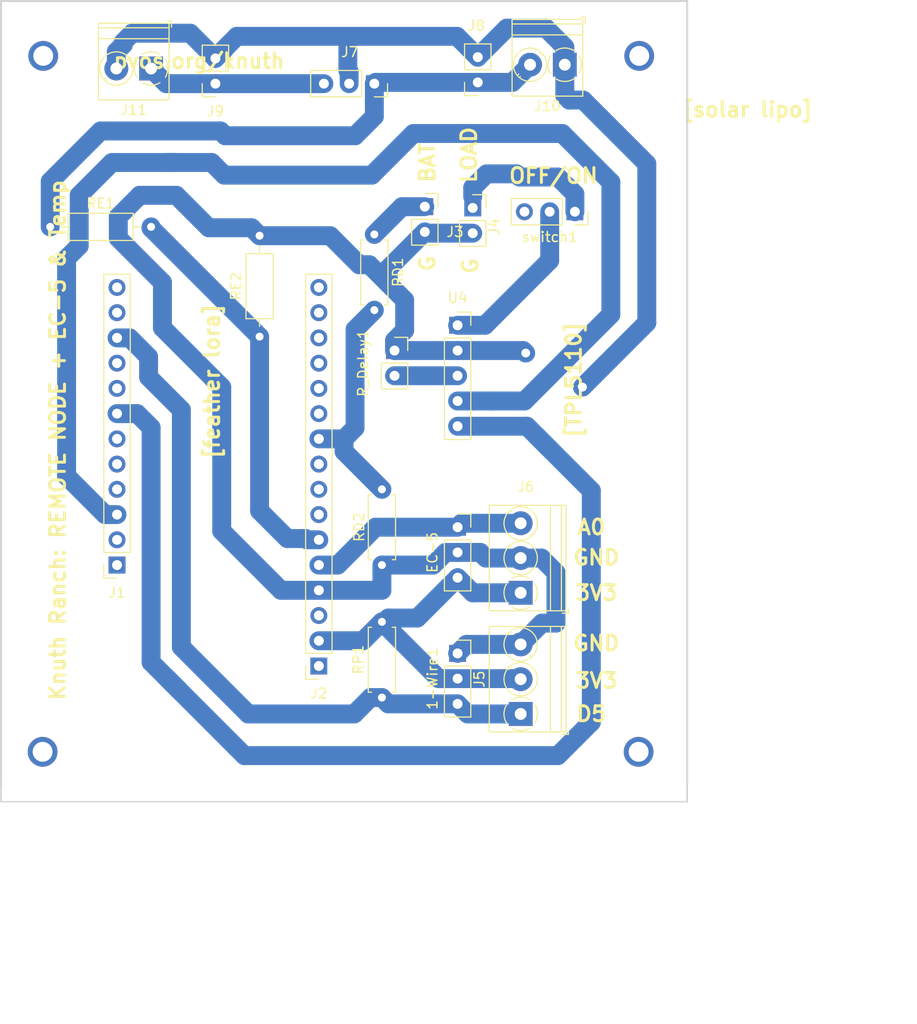
<source format=kicad_pcb>
(kicad_pcb (version 20171130) (host pcbnew 5.0.2-bee76a0~70~ubuntu18.04.1)

  (general
    (thickness 1.6)
    (drawings 31)
    (tracks 179)
    (zones 0)
    (modules 21)
    (nets 15)
  )

  (page A4)
  (layers
    (0 F.Cu signal)
    (31 B.Cu signal)
    (32 B.Adhes user)
    (33 F.Adhes user)
    (34 B.Paste user)
    (35 F.Paste user)
    (36 B.SilkS user)
    (37 F.SilkS user)
    (38 B.Mask user)
    (39 F.Mask user)
    (40 Dwgs.User user)
    (41 Cmts.User user)
    (42 Eco1.User user)
    (43 Eco2.User user)
    (44 Edge.Cuts user)
    (45 Margin user)
    (46 B.CrtYd user)
    (47 F.CrtYd user)
    (48 B.Fab user)
    (49 F.Fab user)
  )

  (setup
    (last_trace_width 1.905)
    (user_trace_width 0.254)
    (user_trace_width 0.381)
    (user_trace_width 0.635)
    (user_trace_width 1.27)
    (user_trace_width 1.905)
    (user_trace_width 2.54)
    (trace_clearance 0.2)
    (zone_clearance 0.508)
    (zone_45_only no)
    (trace_min 0.2)
    (segment_width 0.2)
    (edge_width 0.15)
    (via_size 1.778)
    (via_drill 0.889)
    (via_min_size 0.4)
    (via_min_drill 0.508)
    (uvia_size 0.3)
    (uvia_drill 0.1)
    (uvias_allowed no)
    (uvia_min_size 0.2)
    (uvia_min_drill 0.1)
    (pcb_text_width 0.3)
    (pcb_text_size 1.5 1.5)
    (mod_edge_width 0.15)
    (mod_text_size 1 1)
    (mod_text_width 0.15)
    (pad_size 1.4 1.4)
    (pad_drill 0.7)
    (pad_to_mask_clearance 0.051)
    (solder_mask_min_width 0.25)
    (aux_axis_origin 0 0)
    (visible_elements FFFDFF7F)
    (pcbplotparams
      (layerselection 0x010fc_ffffffff)
      (usegerberextensions false)
      (usegerberattributes false)
      (usegerberadvancedattributes false)
      (creategerberjobfile false)
      (excludeedgelayer true)
      (linewidth 0.100000)
      (plotframeref false)
      (viasonmask false)
      (mode 1)
      (useauxorigin false)
      (hpglpennumber 1)
      (hpglpenspeed 20)
      (hpglpendiameter 15.000000)
      (psnegative false)
      (psa4output false)
      (plotreference true)
      (plotvalue true)
      (plotinvisibletext false)
      (padsonsilk false)
      (subtractmaskfromsilk false)
      (outputformat 1)
      (mirror false)
      (drillshape 0)
      (scaleselection 1)
      (outputdirectory "gerb/drill_ps/"))
  )

  (net 0 "")
  (net 1 GND)
  (net 2 "Net-(R_Delay1-Pad2)")
  (net 3 +3V3)
  (net 4 D5)
  (net 5 A0)
  (net 6 D10)
  (net 7 A5)
  (net 8 VBUS)
  (net 9 BATT)
  (net 10 LOAD)
  (net 11 SWITCHED_LOAD)
  (net 12 A1)
  (net 13 EXT_BAT)
  (net 14 5V_OUT)

  (net_class Default "This is the default net class."
    (clearance 0.2)
    (trace_width 0.25)
    (via_dia 1.778)
    (via_drill 0.889)
    (uvia_dia 0.3)
    (uvia_drill 0.1)
    (add_net +3V3)
    (add_net 5V_OUT)
    (add_net A0)
    (add_net A1)
    (add_net A5)
    (add_net BATT)
    (add_net D10)
    (add_net D5)
    (add_net EXT_BAT)
    (add_net GND)
    (add_net LOAD)
    (add_net "Net-(R_Delay1-Pad2)")
    (add_net SWITCHED_LOAD)
    (add_net VBUS)
  )

  (module Connector_PinSocket_2.54mm:PinSocket_1x02_P2.54mm_Vertical (layer F.Cu) (tedit 5A19A420) (tstamp 5D26FF4A)
    (at 246.38 81.28)
    (descr "Through hole straight socket strip, 1x02, 2.54mm pitch, single row (from Kicad 4.0.7), script generated")
    (tags "Through hole socket strip THT 1x02 2.54mm single row")
    (path /5D197A39)
    (fp_text reference R_Delay1 (at -3.175 1.27 90) (layer F.SilkS)
      (effects (font (size 1 1) (thickness 0.15)))
    )
    (fp_text value Conn_01x02_Female (at 0 5.31) (layer F.Fab)
      (effects (font (size 1 1) (thickness 0.15)))
    )
    (fp_line (start -1.27 -1.27) (end 0.635 -1.27) (layer F.Fab) (width 0.1))
    (fp_line (start 0.635 -1.27) (end 1.27 -0.635) (layer F.Fab) (width 0.1))
    (fp_line (start 1.27 -0.635) (end 1.27 3.81) (layer F.Fab) (width 0.1))
    (fp_line (start 1.27 3.81) (end -1.27 3.81) (layer F.Fab) (width 0.1))
    (fp_line (start -1.27 3.81) (end -1.27 -1.27) (layer F.Fab) (width 0.1))
    (fp_line (start -1.33 1.27) (end 1.33 1.27) (layer F.SilkS) (width 0.12))
    (fp_line (start -1.33 1.27) (end -1.33 3.87) (layer F.SilkS) (width 0.12))
    (fp_line (start -1.33 3.87) (end 1.33 3.87) (layer F.SilkS) (width 0.12))
    (fp_line (start 1.33 1.27) (end 1.33 3.87) (layer F.SilkS) (width 0.12))
    (fp_line (start 1.33 -1.33) (end 1.33 0) (layer F.SilkS) (width 0.12))
    (fp_line (start 0 -1.33) (end 1.33 -1.33) (layer F.SilkS) (width 0.12))
    (fp_line (start -1.8 -1.8) (end 1.75 -1.8) (layer F.CrtYd) (width 0.05))
    (fp_line (start 1.75 -1.8) (end 1.75 4.3) (layer F.CrtYd) (width 0.05))
    (fp_line (start 1.75 4.3) (end -1.8 4.3) (layer F.CrtYd) (width 0.05))
    (fp_line (start -1.8 4.3) (end -1.8 -1.8) (layer F.CrtYd) (width 0.05))
    (fp_text user %R (at 0 6.35 180) (layer F.Fab)
      (effects (font (size 1 1) (thickness 0.15)))
    )
    (pad 1 thru_hole rect (at 0 0) (size 1.7 1.7) (drill 1) (layers *.Cu *.Mask)
      (net 1 GND))
    (pad 2 thru_hole oval (at 0 2.54) (size 1.7 1.7) (drill 1) (layers *.Cu *.Mask)
      (net 2 "Net-(R_Delay1-Pad2)"))
    (model ${KISYS3DMOD}/Connector_PinSocket_2.54mm.3dshapes/PinSocket_1x02_P2.54mm_Vertical.wrl
      (at (xyz 0 0 0))
      (scale (xyz 1 1 1))
      (rotate (xyz 0 0 0))
    )
  )

  (module Connector_PinSocket_2.54mm:PinSocket_1x05_P2.54mm_Vertical (layer F.Cu) (tedit 5A19A420) (tstamp 5D2702E4)
    (at 252.73 78.74)
    (descr "Through hole straight socket strip, 1x05, 2.54mm pitch, single row (from Kicad 4.0.7), script generated")
    (tags "Through hole socket strip THT 1x05 2.54mm single row")
    (path /5D196517)
    (fp_text reference U4 (at 0 -2.77) (layer F.SilkS)
      (effects (font (size 1 1) (thickness 0.15)))
    )
    (fp_text value tpl5111 (at 0 12.93) (layer F.Fab)
      (effects (font (size 1 1) (thickness 0.15)))
    )
    (fp_line (start -1.27 -1.27) (end 0.635 -1.27) (layer F.Fab) (width 0.1))
    (fp_line (start 0.635 -1.27) (end 1.27 -0.635) (layer F.Fab) (width 0.1))
    (fp_line (start 1.27 -0.635) (end 1.27 11.43) (layer F.Fab) (width 0.1))
    (fp_line (start 1.27 11.43) (end -1.27 11.43) (layer F.Fab) (width 0.1))
    (fp_line (start -1.27 11.43) (end -1.27 -1.27) (layer F.Fab) (width 0.1))
    (fp_line (start -1.33 1.27) (end 1.33 1.27) (layer F.SilkS) (width 0.12))
    (fp_line (start -1.33 1.27) (end -1.33 11.49) (layer F.SilkS) (width 0.12))
    (fp_line (start -1.33 11.49) (end 1.33 11.49) (layer F.SilkS) (width 0.12))
    (fp_line (start 1.33 1.27) (end 1.33 11.49) (layer F.SilkS) (width 0.12))
    (fp_line (start 1.33 -1.33) (end 1.33 0) (layer F.SilkS) (width 0.12))
    (fp_line (start 0 -1.33) (end 1.33 -1.33) (layer F.SilkS) (width 0.12))
    (fp_line (start -1.8 -1.8) (end 1.75 -1.8) (layer F.CrtYd) (width 0.05))
    (fp_line (start 1.75 -1.8) (end 1.75 11.9) (layer F.CrtYd) (width 0.05))
    (fp_line (start 1.75 11.9) (end -1.8 11.9) (layer F.CrtYd) (width 0.05))
    (fp_line (start -1.8 11.9) (end -1.8 -1.8) (layer F.CrtYd) (width 0.05))
    (fp_text user %R (at 0 5.08 -270) (layer F.Fab)
      (effects (font (size 1 1) (thickness 0.15)))
    )
    (pad 1 thru_hole rect (at 0 0) (size 1.7 1.7) (drill 1) (layers *.Cu *.Mask)
      (net 11 SWITCHED_LOAD))
    (pad 2 thru_hole oval (at 0 2.54) (size 1.7 1.7) (drill 1) (layers *.Cu *.Mask)
      (net 1 GND))
    (pad 3 thru_hole oval (at 0 5.08) (size 1.7 1.7) (drill 1) (layers *.Cu *.Mask)
      (net 2 "Net-(R_Delay1-Pad2)"))
    (pad 4 thru_hole oval (at 0 7.62) (size 1.7 1.7) (drill 1) (layers *.Cu *.Mask)
      (net 8 VBUS))
    (pad 5 thru_hole oval (at 0 10.16) (size 1.7 1.7) (drill 1) (layers *.Cu *.Mask)
      (net 6 D10))
    (model ${KISYS3DMOD}/Connector_PinSocket_2.54mm.3dshapes/PinSocket_1x05_P2.54mm_Vertical.wrl
      (at (xyz 0 0 0))
      (scale (xyz 1 1 1))
      (rotate (xyz 0 0 0))
    )
  )

  (module Connector_PinSocket_2.54mm:PinSocket_1x03_P2.54mm_Vertical (layer F.Cu) (tedit 5A19A429) (tstamp 5D3A9648)
    (at 252.73 111.76)
    (descr "Through hole straight socket strip, 1x03, 2.54mm pitch, single row (from Kicad 4.0.7), script generated")
    (tags "Through hole socket strip THT 1x03 2.54mm single row")
    (path /5D3CC155)
    (fp_text reference 1-Wire1 (at -2.54 2.54 90) (layer F.SilkS)
      (effects (font (size 1 1) (thickness 0.15)))
    )
    (fp_text value Conn_01x03_Female (at 0 7.85) (layer F.Fab)
      (effects (font (size 1 1) (thickness 0.15)))
    )
    (fp_text user %R (at 0 2.54 90) (layer F.Fab)
      (effects (font (size 1 1) (thickness 0.15)))
    )
    (fp_line (start -1.8 6.85) (end -1.8 -1.8) (layer F.CrtYd) (width 0.05))
    (fp_line (start 1.75 6.85) (end -1.8 6.85) (layer F.CrtYd) (width 0.05))
    (fp_line (start 1.75 -1.8) (end 1.75 6.85) (layer F.CrtYd) (width 0.05))
    (fp_line (start -1.8 -1.8) (end 1.75 -1.8) (layer F.CrtYd) (width 0.05))
    (fp_line (start 0 -1.33) (end 1.33 -1.33) (layer F.SilkS) (width 0.12))
    (fp_line (start 1.33 -1.33) (end 1.33 0) (layer F.SilkS) (width 0.12))
    (fp_line (start 1.33 1.27) (end 1.33 6.41) (layer F.SilkS) (width 0.12))
    (fp_line (start -1.33 6.41) (end 1.33 6.41) (layer F.SilkS) (width 0.12))
    (fp_line (start -1.33 1.27) (end -1.33 6.41) (layer F.SilkS) (width 0.12))
    (fp_line (start -1.33 1.27) (end 1.33 1.27) (layer F.SilkS) (width 0.12))
    (fp_line (start -1.27 6.35) (end -1.27 -1.27) (layer F.Fab) (width 0.1))
    (fp_line (start 1.27 6.35) (end -1.27 6.35) (layer F.Fab) (width 0.1))
    (fp_line (start 1.27 -0.635) (end 1.27 6.35) (layer F.Fab) (width 0.1))
    (fp_line (start 0.635 -1.27) (end 1.27 -0.635) (layer F.Fab) (width 0.1))
    (fp_line (start -1.27 -1.27) (end 0.635 -1.27) (layer F.Fab) (width 0.1))
    (pad 3 thru_hole oval (at 0 5.08) (size 1.7 1.7) (drill 1) (layers *.Cu *.Mask)
      (net 4 D5))
    (pad 2 thru_hole oval (at 0 2.54) (size 1.7 1.7) (drill 1) (layers *.Cu *.Mask)
      (net 3 +3V3))
    (pad 1 thru_hole rect (at 0 0) (size 1.7 1.7) (drill 1) (layers *.Cu *.Mask)
      (net 1 GND))
    (model ${KISYS3DMOD}/Connector_PinSocket_2.54mm.3dshapes/PinSocket_1x03_P2.54mm_Vertical.wrl
      (at (xyz 0 0 0))
      (scale (xyz 1 1 1))
      (rotate (xyz 0 0 0))
    )
  )

  (module Connector_PinSocket_2.54mm:PinSocket_1x03_P2.54mm_Vertical (layer F.Cu) (tedit 5A19A429) (tstamp 5D4695DA)
    (at 252.73 99.06)
    (descr "Through hole straight socket strip, 1x03, 2.54mm pitch, single row (from Kicad 4.0.7), script generated")
    (tags "Through hole socket strip THT 1x03 2.54mm single row")
    (path /5D3CA29A)
    (fp_text reference EC-5 (at -2.54 2.54 90) (layer F.SilkS)
      (effects (font (size 1 1) (thickness 0.15)))
    )
    (fp_text value Conn_01x03_Female (at 0 7.85) (layer F.Fab)
      (effects (font (size 1 1) (thickness 0.15)))
    )
    (fp_line (start -1.27 -1.27) (end 0.635 -1.27) (layer F.Fab) (width 0.1))
    (fp_line (start 0.635 -1.27) (end 1.27 -0.635) (layer F.Fab) (width 0.1))
    (fp_line (start 1.27 -0.635) (end 1.27 6.35) (layer F.Fab) (width 0.1))
    (fp_line (start 1.27 6.35) (end -1.27 6.35) (layer F.Fab) (width 0.1))
    (fp_line (start -1.27 6.35) (end -1.27 -1.27) (layer F.Fab) (width 0.1))
    (fp_line (start -1.33 1.27) (end 1.33 1.27) (layer F.SilkS) (width 0.12))
    (fp_line (start -1.33 1.27) (end -1.33 6.41) (layer F.SilkS) (width 0.12))
    (fp_line (start -1.33 6.41) (end 1.33 6.41) (layer F.SilkS) (width 0.12))
    (fp_line (start 1.33 1.27) (end 1.33 6.41) (layer F.SilkS) (width 0.12))
    (fp_line (start 1.33 -1.33) (end 1.33 0) (layer F.SilkS) (width 0.12))
    (fp_line (start 0 -1.33) (end 1.33 -1.33) (layer F.SilkS) (width 0.12))
    (fp_line (start -1.8 -1.8) (end 1.75 -1.8) (layer F.CrtYd) (width 0.05))
    (fp_line (start 1.75 -1.8) (end 1.75 6.85) (layer F.CrtYd) (width 0.05))
    (fp_line (start 1.75 6.85) (end -1.8 6.85) (layer F.CrtYd) (width 0.05))
    (fp_line (start -1.8 6.85) (end -1.8 -1.8) (layer F.CrtYd) (width 0.05))
    (fp_text user %R (at 0 2.54 90) (layer F.Fab)
      (effects (font (size 1 1) (thickness 0.15)))
    )
    (pad 1 thru_hole rect (at 0 0) (size 1.7 1.7) (drill 1) (layers *.Cu *.Mask)
      (net 5 A0))
    (pad 2 thru_hole oval (at 0 2.54) (size 1.7 1.7) (drill 1) (layers *.Cu *.Mask)
      (net 1 GND))
    (pad 3 thru_hole oval (at 0 5.08) (size 1.7 1.7) (drill 1) (layers *.Cu *.Mask)
      (net 3 +3V3))
    (model ${KISYS3DMOD}/Connector_PinSocket_2.54mm.3dshapes/PinSocket_1x03_P2.54mm_Vertical.wrl
      (at (xyz 0 0 0))
      (scale (xyz 1 1 1))
      (rotate (xyz 0 0 0))
    )
  )

  (module Connector_PinSocket_2.54mm:PinSocket_1x12_P2.54mm_Vertical (layer F.Cu) (tedit 5A19A41D) (tstamp 5D4692E4)
    (at 218.44 102.87 180)
    (descr "Through hole straight socket strip, 1x12, 2.54mm pitch, single row (from Kicad 4.0.7), script generated")
    (tags "Through hole socket strip THT 1x12 2.54mm single row")
    (path /5D3A6009)
    (fp_text reference J1 (at 0 -2.77) (layer F.SilkS)
      (effects (font (size 1 1) (thickness 0.15)))
    )
    (fp_text value FeatherLora1 (at 0 30.71) (layer F.Fab)
      (effects (font (size 1 1) (thickness 0.15)))
    )
    (fp_line (start -1.27 -1.27) (end 0.635 -1.27) (layer F.Fab) (width 0.1))
    (fp_line (start 0.635 -1.27) (end 1.27 -0.635) (layer F.Fab) (width 0.1))
    (fp_line (start 1.27 -0.635) (end 1.27 29.21) (layer F.Fab) (width 0.1))
    (fp_line (start 1.27 29.21) (end -1.27 29.21) (layer F.Fab) (width 0.1))
    (fp_line (start -1.27 29.21) (end -1.27 -1.27) (layer F.Fab) (width 0.1))
    (fp_line (start -1.33 1.27) (end 1.33 1.27) (layer F.SilkS) (width 0.12))
    (fp_line (start -1.33 1.27) (end -1.33 29.27) (layer F.SilkS) (width 0.12))
    (fp_line (start -1.33 29.27) (end 1.33 29.27) (layer F.SilkS) (width 0.12))
    (fp_line (start 1.33 1.27) (end 1.33 29.27) (layer F.SilkS) (width 0.12))
    (fp_line (start 1.33 -1.33) (end 1.33 0) (layer F.SilkS) (width 0.12))
    (fp_line (start 0 -1.33) (end 1.33 -1.33) (layer F.SilkS) (width 0.12))
    (fp_line (start -1.8 -1.8) (end 1.75 -1.8) (layer F.CrtYd) (width 0.05))
    (fp_line (start 1.75 -1.8) (end 1.75 29.7) (layer F.CrtYd) (width 0.05))
    (fp_line (start 1.75 29.7) (end -1.8 29.7) (layer F.CrtYd) (width 0.05))
    (fp_line (start -1.8 29.7) (end -1.8 -1.8) (layer F.CrtYd) (width 0.05))
    (fp_text user %R (at 0 13.97 90) (layer F.Fab)
      (effects (font (size 1 1) (thickness 0.15)))
    )
    (pad 1 thru_hole rect (at 0 0 180) (size 1.7 1.7) (drill 1) (layers *.Cu *.Mask))
    (pad 2 thru_hole oval (at 0 2.54 180) (size 1.7 1.7) (drill 1) (layers *.Cu *.Mask))
    (pad 3 thru_hole oval (at 0 5.08 180) (size 1.7 1.7) (drill 1) (layers *.Cu *.Mask)
      (net 8 VBUS))
    (pad 4 thru_hole oval (at 0 7.62 180) (size 1.7 1.7) (drill 1) (layers *.Cu *.Mask))
    (pad 5 thru_hole oval (at 0 10.16 180) (size 1.7 1.7) (drill 1) (layers *.Cu *.Mask))
    (pad 6 thru_hole oval (at 0 12.7 180) (size 1.7 1.7) (drill 1) (layers *.Cu *.Mask))
    (pad 7 thru_hole oval (at 0 15.24 180) (size 1.7 1.7) (drill 1) (layers *.Cu *.Mask)
      (net 6 D10))
    (pad 8 thru_hole oval (at 0 17.78 180) (size 1.7 1.7) (drill 1) (layers *.Cu *.Mask))
    (pad 9 thru_hole oval (at 0 20.32 180) (size 1.7 1.7) (drill 1) (layers *.Cu *.Mask))
    (pad 10 thru_hole oval (at 0 22.86 180) (size 1.7 1.7) (drill 1) (layers *.Cu *.Mask)
      (net 4 D5))
    (pad 11 thru_hole oval (at 0 25.4 180) (size 1.7 1.7) (drill 1) (layers *.Cu *.Mask))
    (pad 12 thru_hole oval (at 0 27.94 180) (size 1.7 1.7) (drill 1) (layers *.Cu *.Mask))
    (model ${KISYS3DMOD}/Connector_PinSocket_2.54mm.3dshapes/PinSocket_1x12_P2.54mm_Vertical.wrl
      (at (xyz 0 0 0))
      (scale (xyz 1 1 1))
      (rotate (xyz 0 0 0))
    )
  )

  (module Connector_PinSocket_2.54mm:PinSocket_1x16_P2.54mm_Vertical (layer F.Cu) (tedit 5A19A41E) (tstamp 5D469345)
    (at 238.76 113.03 180)
    (descr "Through hole straight socket strip, 1x16, 2.54mm pitch, single row (from Kicad 4.0.7), script generated")
    (tags "Through hole socket strip THT 1x16 2.54mm single row")
    (path /5D3A613C)
    (fp_text reference J2 (at 0 -2.77 180) (layer F.SilkS)
      (effects (font (size 1 1) (thickness 0.15)))
    )
    (fp_text value FeatherLora2 (at 0 40.87 180) (layer F.Fab)
      (effects (font (size 1 1) (thickness 0.15)))
    )
    (fp_line (start -1.27 -1.27) (end 0.635 -1.27) (layer F.Fab) (width 0.1))
    (fp_line (start 0.635 -1.27) (end 1.27 -0.635) (layer F.Fab) (width 0.1))
    (fp_line (start 1.27 -0.635) (end 1.27 39.37) (layer F.Fab) (width 0.1))
    (fp_line (start 1.27 39.37) (end -1.27 39.37) (layer F.Fab) (width 0.1))
    (fp_line (start -1.27 39.37) (end -1.27 -1.27) (layer F.Fab) (width 0.1))
    (fp_line (start -1.33 1.27) (end 1.33 1.27) (layer F.SilkS) (width 0.12))
    (fp_line (start -1.33 1.27) (end -1.33 39.43) (layer F.SilkS) (width 0.12))
    (fp_line (start -1.33 39.43) (end 1.33 39.43) (layer F.SilkS) (width 0.12))
    (fp_line (start 1.33 1.27) (end 1.33 39.43) (layer F.SilkS) (width 0.12))
    (fp_line (start 1.33 -1.33) (end 1.33 0) (layer F.SilkS) (width 0.12))
    (fp_line (start 0 -1.33) (end 1.33 -1.33) (layer F.SilkS) (width 0.12))
    (fp_line (start -1.8 -1.8) (end 1.75 -1.8) (layer F.CrtYd) (width 0.05))
    (fp_line (start 1.75 -1.8) (end 1.75 39.9) (layer F.CrtYd) (width 0.05))
    (fp_line (start 1.75 39.9) (end -1.8 39.9) (layer F.CrtYd) (width 0.05))
    (fp_line (start -1.8 39.9) (end -1.8 -1.8) (layer F.CrtYd) (width 0.05))
    (fp_text user %R (at 0 19.05 270) (layer F.Fab)
      (effects (font (size 1 1) (thickness 0.15)))
    )
    (pad 1 thru_hole rect (at 0 0 180) (size 1.7 1.7) (drill 1) (layers *.Cu *.Mask))
    (pad 2 thru_hole oval (at 0 2.54 180) (size 1.7 1.7) (drill 1) (layers *.Cu *.Mask)
      (net 3 +3V3))
    (pad 3 thru_hole oval (at 0 5.08 180) (size 1.7 1.7) (drill 1) (layers *.Cu *.Mask))
    (pad 4 thru_hole oval (at 0 7.62 180) (size 1.7 1.7) (drill 1) (layers *.Cu *.Mask)
      (net 1 GND))
    (pad 5 thru_hole oval (at 0 10.16 180) (size 1.7 1.7) (drill 1) (layers *.Cu *.Mask)
      (net 5 A0))
    (pad 6 thru_hole oval (at 0 12.7 180) (size 1.7 1.7) (drill 1) (layers *.Cu *.Mask)
      (net 12 A1))
    (pad 7 thru_hole oval (at 0 15.24 180) (size 1.7 1.7) (drill 1) (layers *.Cu *.Mask))
    (pad 8 thru_hole oval (at 0 17.78 180) (size 1.7 1.7) (drill 1) (layers *.Cu *.Mask))
    (pad 9 thru_hole oval (at 0 20.32 180) (size 1.7 1.7) (drill 1) (layers *.Cu *.Mask))
    (pad 10 thru_hole oval (at 0 22.86 180) (size 1.7 1.7) (drill 1) (layers *.Cu *.Mask)
      (net 7 A5))
    (pad 11 thru_hole oval (at 0 25.4 180) (size 1.7 1.7) (drill 1) (layers *.Cu *.Mask))
    (pad 12 thru_hole oval (at 0 27.94 180) (size 1.7 1.7) (drill 1) (layers *.Cu *.Mask))
    (pad 13 thru_hole oval (at 0 30.48 180) (size 1.7 1.7) (drill 1) (layers *.Cu *.Mask))
    (pad 14 thru_hole oval (at 0 33.02 180) (size 1.7 1.7) (drill 1) (layers *.Cu *.Mask))
    (pad 15 thru_hole oval (at 0 35.56 180) (size 1.7 1.7) (drill 1) (layers *.Cu *.Mask))
    (pad 16 thru_hole oval (at 0 38.1 180) (size 1.7 1.7) (drill 1) (layers *.Cu *.Mask))
    (model ${KISYS3DMOD}/Connector_PinSocket_2.54mm.3dshapes/PinSocket_1x16_P2.54mm_Vertical.wrl
      (at (xyz 0 0 0))
      (scale (xyz 1 1 1))
      (rotate (xyz 0 0 0))
    )
  )

  (module Connector_PinSocket_2.54mm:PinSocket_1x03_P2.54mm_Vertical (layer F.Cu) (tedit 5A19A429) (tstamp 5D3A96C7)
    (at 264.541 67.31 270)
    (descr "Through hole straight socket strip, 1x03, 2.54mm pitch, single row (from Kicad 4.0.7), script generated")
    (tags "Through hole socket strip THT 1x03 2.54mm single row")
    (path /5D40388A)
    (fp_text reference switch1 (at 2.54 2.54) (layer F.SilkS)
      (effects (font (size 1 1) (thickness 0.15)))
    )
    (fp_text value Conn_01x03_Female (at 0 7.85 270) (layer F.Fab)
      (effects (font (size 1 1) (thickness 0.15)))
    )
    (fp_line (start -1.27 -1.27) (end 0.635 -1.27) (layer F.Fab) (width 0.1))
    (fp_line (start 0.635 -1.27) (end 1.27 -0.635) (layer F.Fab) (width 0.1))
    (fp_line (start 1.27 -0.635) (end 1.27 6.35) (layer F.Fab) (width 0.1))
    (fp_line (start 1.27 6.35) (end -1.27 6.35) (layer F.Fab) (width 0.1))
    (fp_line (start -1.27 6.35) (end -1.27 -1.27) (layer F.Fab) (width 0.1))
    (fp_line (start -1.33 1.27) (end 1.33 1.27) (layer F.SilkS) (width 0.12))
    (fp_line (start -1.33 1.27) (end -1.33 6.41) (layer F.SilkS) (width 0.12))
    (fp_line (start -1.33 6.41) (end 1.33 6.41) (layer F.SilkS) (width 0.12))
    (fp_line (start 1.33 1.27) (end 1.33 6.41) (layer F.SilkS) (width 0.12))
    (fp_line (start 1.33 -1.33) (end 1.33 0) (layer F.SilkS) (width 0.12))
    (fp_line (start 0 -1.33) (end 1.33 -1.33) (layer F.SilkS) (width 0.12))
    (fp_line (start -1.8 -1.8) (end 1.75 -1.8) (layer F.CrtYd) (width 0.05))
    (fp_line (start 1.75 -1.8) (end 1.75 6.85) (layer F.CrtYd) (width 0.05))
    (fp_line (start 1.75 6.85) (end -1.8 6.85) (layer F.CrtYd) (width 0.05))
    (fp_line (start -1.8 6.85) (end -1.8 -1.8) (layer F.CrtYd) (width 0.05))
    (fp_text user %R (at 0 2.54) (layer F.Fab)
      (effects (font (size 1 1) (thickness 0.15)))
    )
    (pad 1 thru_hole rect (at 0 0 270) (size 1.7 1.7) (drill 1) (layers *.Cu *.Mask)
      (net 10 LOAD))
    (pad 2 thru_hole oval (at 0 2.54 270) (size 1.7 1.7) (drill 1) (layers *.Cu *.Mask)
      (net 11 SWITCHED_LOAD))
    (pad 3 thru_hole oval (at 0 5.08 270) (size 1.7 1.7) (drill 1) (layers *.Cu *.Mask))
    (model ${KISYS3DMOD}/Connector_PinSocket_2.54mm.3dshapes/PinSocket_1x03_P2.54mm_Vertical.wrl
      (at (xyz 0 0 0))
      (scale (xyz 1 1 1))
      (rotate (xyz 0 0 0))
    )
  )

  (module Resistor_THT:R_Axial_DIN0207_L6.3mm_D2.5mm_P7.62mm_Horizontal (layer F.Cu) (tedit 5AE5139B) (tstamp 5D47EB90)
    (at 244.348 69.596 270)
    (descr "Resistor, Axial_DIN0207 series, Axial, Horizontal, pin pitch=7.62mm, 0.25W = 1/4W, length*diameter=6.3*2.5mm^2, http://cdn-reichelt.de/documents/datenblatt/B400/1_4W%23YAG.pdf")
    (tags "Resistor Axial_DIN0207 series Axial Horizontal pin pitch 7.62mm 0.25W = 1/4W length 6.3mm diameter 2.5mm")
    (path /5D3B9AD0)
    (fp_text reference RD1 (at 3.81 -2.37 270) (layer F.SilkS)
      (effects (font (size 1 1) (thickness 0.15)))
    )
    (fp_text value R (at 3.81 2.37 270) (layer F.Fab)
      (effects (font (size 1 1) (thickness 0.15)))
    )
    (fp_text user %R (at 3.81 0 270) (layer F.Fab)
      (effects (font (size 1 1) (thickness 0.15)))
    )
    (fp_line (start 8.67 -1.5) (end -1.05 -1.5) (layer F.CrtYd) (width 0.05))
    (fp_line (start 8.67 1.5) (end 8.67 -1.5) (layer F.CrtYd) (width 0.05))
    (fp_line (start -1.05 1.5) (end 8.67 1.5) (layer F.CrtYd) (width 0.05))
    (fp_line (start -1.05 -1.5) (end -1.05 1.5) (layer F.CrtYd) (width 0.05))
    (fp_line (start 7.08 1.37) (end 7.08 1.04) (layer F.SilkS) (width 0.12))
    (fp_line (start 0.54 1.37) (end 7.08 1.37) (layer F.SilkS) (width 0.12))
    (fp_line (start 0.54 1.04) (end 0.54 1.37) (layer F.SilkS) (width 0.12))
    (fp_line (start 7.08 -1.37) (end 7.08 -1.04) (layer F.SilkS) (width 0.12))
    (fp_line (start 0.54 -1.37) (end 7.08 -1.37) (layer F.SilkS) (width 0.12))
    (fp_line (start 0.54 -1.04) (end 0.54 -1.37) (layer F.SilkS) (width 0.12))
    (fp_line (start 7.62 0) (end 6.96 0) (layer F.Fab) (width 0.1))
    (fp_line (start 0 0) (end 0.66 0) (layer F.Fab) (width 0.1))
    (fp_line (start 6.96 -1.25) (end 0.66 -1.25) (layer F.Fab) (width 0.1))
    (fp_line (start 6.96 1.25) (end 6.96 -1.25) (layer F.Fab) (width 0.1))
    (fp_line (start 0.66 1.25) (end 6.96 1.25) (layer F.Fab) (width 0.1))
    (fp_line (start 0.66 -1.25) (end 0.66 1.25) (layer F.Fab) (width 0.1))
    (pad 2 thru_hole oval (at 7.62 0 270) (size 1.6 1.6) (drill 0.8) (layers *.Cu *.Mask)
      (net 7 A5))
    (pad 1 thru_hole circle (at 0 0 270) (size 1.6 1.6) (drill 0.8) (layers *.Cu *.Mask)
      (net 9 BATT))
    (model ${KISYS3DMOD}/Resistor_THT.3dshapes/R_Axial_DIN0207_L6.3mm_D2.5mm_P7.62mm_Horizontal.wrl
      (at (xyz 0 0 0))
      (scale (xyz 1 1 1))
      (rotate (xyz 0 0 0))
    )
  )

  (module Resistor_THT:R_Axial_DIN0207_L6.3mm_D2.5mm_P7.62mm_Horizontal (layer F.Cu) (tedit 5AE5139B) (tstamp 5D47EA3C)
    (at 245.11 95.25 270)
    (descr "Resistor, Axial_DIN0207 series, Axial, Horizontal, pin pitch=7.62mm, 0.25W = 1/4W, length*diameter=6.3*2.5mm^2, http://cdn-reichelt.de/documents/datenblatt/B400/1_4W%23YAG.pdf")
    (tags "Resistor Axial_DIN0207 series Axial Horizontal pin pitch 7.62mm 0.25W = 1/4W length 6.3mm diameter 2.5mm")
    (path /5D3B9B54)
    (fp_text reference RD2 (at 3.81 2.286 270) (layer F.SilkS)
      (effects (font (size 1 1) (thickness 0.15)))
    )
    (fp_text value R (at 3.81 2.37 270) (layer F.Fab)
      (effects (font (size 1 1) (thickness 0.15)))
    )
    (fp_line (start 0.66 -1.25) (end 0.66 1.25) (layer F.Fab) (width 0.1))
    (fp_line (start 0.66 1.25) (end 6.96 1.25) (layer F.Fab) (width 0.1))
    (fp_line (start 6.96 1.25) (end 6.96 -1.25) (layer F.Fab) (width 0.1))
    (fp_line (start 6.96 -1.25) (end 0.66 -1.25) (layer F.Fab) (width 0.1))
    (fp_line (start 0 0) (end 0.66 0) (layer F.Fab) (width 0.1))
    (fp_line (start 7.62 0) (end 6.96 0) (layer F.Fab) (width 0.1))
    (fp_line (start 0.54 -1.04) (end 0.54 -1.37) (layer F.SilkS) (width 0.12))
    (fp_line (start 0.54 -1.37) (end 7.08 -1.37) (layer F.SilkS) (width 0.12))
    (fp_line (start 7.08 -1.37) (end 7.08 -1.04) (layer F.SilkS) (width 0.12))
    (fp_line (start 0.54 1.04) (end 0.54 1.37) (layer F.SilkS) (width 0.12))
    (fp_line (start 0.54 1.37) (end 7.08 1.37) (layer F.SilkS) (width 0.12))
    (fp_line (start 7.08 1.37) (end 7.08 1.04) (layer F.SilkS) (width 0.12))
    (fp_line (start -1.05 -1.5) (end -1.05 1.5) (layer F.CrtYd) (width 0.05))
    (fp_line (start -1.05 1.5) (end 8.67 1.5) (layer F.CrtYd) (width 0.05))
    (fp_line (start 8.67 1.5) (end 8.67 -1.5) (layer F.CrtYd) (width 0.05))
    (fp_line (start 8.67 -1.5) (end -1.05 -1.5) (layer F.CrtYd) (width 0.05))
    (fp_text user %R (at 3.81 0 270) (layer F.Fab)
      (effects (font (size 1 1) (thickness 0.15)))
    )
    (pad 1 thru_hole circle (at 0 0 270) (size 1.6 1.6) (drill 0.8) (layers *.Cu *.Mask)
      (net 7 A5))
    (pad 2 thru_hole oval (at 7.62 0 270) (size 1.6 1.6) (drill 0.8) (layers *.Cu *.Mask)
      (net 1 GND))
    (model ${KISYS3DMOD}/Resistor_THT.3dshapes/R_Axial_DIN0207_L6.3mm_D2.5mm_P7.62mm_Horizontal.wrl
      (at (xyz 0 0 0))
      (scale (xyz 1 1 1))
      (rotate (xyz 0 0 0))
    )
  )

  (module Resistor_THT:R_Axial_DIN0207_L6.3mm_D2.5mm_P7.62mm_Horizontal (layer F.Cu) (tedit 5AE5139B) (tstamp 5D47EA53)
    (at 245.11 116.205 90)
    (descr "Resistor, Axial_DIN0207 series, Axial, Horizontal, pin pitch=7.62mm, 0.25W = 1/4W, length*diameter=6.3*2.5mm^2, http://cdn-reichelt.de/documents/datenblatt/B400/1_4W%23YAG.pdf")
    (tags "Resistor Axial_DIN0207 series Axial Horizontal pin pitch 7.62mm 0.25W = 1/4W length 6.3mm diameter 2.5mm")
    (path /5D3DC753)
    (fp_text reference RP1 (at 3.81 -2.37 90) (layer F.SilkS)
      (effects (font (size 1 1) (thickness 0.15)))
    )
    (fp_text value 4.7K (at 3.81 2.37 90) (layer F.Fab)
      (effects (font (size 1 1) (thickness 0.15)))
    )
    (fp_line (start 0.66 -1.25) (end 0.66 1.25) (layer F.Fab) (width 0.1))
    (fp_line (start 0.66 1.25) (end 6.96 1.25) (layer F.Fab) (width 0.1))
    (fp_line (start 6.96 1.25) (end 6.96 -1.25) (layer F.Fab) (width 0.1))
    (fp_line (start 6.96 -1.25) (end 0.66 -1.25) (layer F.Fab) (width 0.1))
    (fp_line (start 0 0) (end 0.66 0) (layer F.Fab) (width 0.1))
    (fp_line (start 7.62 0) (end 6.96 0) (layer F.Fab) (width 0.1))
    (fp_line (start 0.54 -1.04) (end 0.54 -1.37) (layer F.SilkS) (width 0.12))
    (fp_line (start 0.54 -1.37) (end 7.08 -1.37) (layer F.SilkS) (width 0.12))
    (fp_line (start 7.08 -1.37) (end 7.08 -1.04) (layer F.SilkS) (width 0.12))
    (fp_line (start 0.54 1.04) (end 0.54 1.37) (layer F.SilkS) (width 0.12))
    (fp_line (start 0.54 1.37) (end 7.08 1.37) (layer F.SilkS) (width 0.12))
    (fp_line (start 7.08 1.37) (end 7.08 1.04) (layer F.SilkS) (width 0.12))
    (fp_line (start -1.05 -1.5) (end -1.05 1.5) (layer F.CrtYd) (width 0.05))
    (fp_line (start -1.05 1.5) (end 8.67 1.5) (layer F.CrtYd) (width 0.05))
    (fp_line (start 8.67 1.5) (end 8.67 -1.5) (layer F.CrtYd) (width 0.05))
    (fp_line (start 8.67 -1.5) (end -1.05 -1.5) (layer F.CrtYd) (width 0.05))
    (fp_text user %R (at 3.81 0 90) (layer F.Fab)
      (effects (font (size 1 1) (thickness 0.15)))
    )
    (pad 1 thru_hole circle (at 0 0 90) (size 1.6 1.6) (drill 0.8) (layers *.Cu *.Mask)
      (net 4 D5))
    (pad 2 thru_hole oval (at 7.62 0 90) (size 1.6 1.6) (drill 0.8) (layers *.Cu *.Mask)
      (net 3 +3V3))
    (model ${KISYS3DMOD}/Resistor_THT.3dshapes/R_Axial_DIN0207_L6.3mm_D2.5mm_P7.62mm_Horizontal.wrl
      (at (xyz 0 0 0))
      (scale (xyz 1 1 1))
      (rotate (xyz 0 0 0))
    )
  )

  (module Connector_PinSocket_2.54mm:PinSocket_1x02_P2.54mm_Vertical (layer F.Cu) (tedit 5A19A420) (tstamp 5D47F07D)
    (at 249.428 66.802)
    (descr "Through hole straight socket strip, 1x02, 2.54mm pitch, single row (from Kicad 4.0.7), script generated")
    (tags "Through hole socket strip THT 1x02 2.54mm single row")
    (path /5D3E3A64)
    (fp_text reference J3 (at 3.048 2.54) (layer F.SilkS)
      (effects (font (size 1 1) (thickness 0.15)))
    )
    (fp_text value Conn_01x02_Female (at 0 5.31) (layer F.Fab)
      (effects (font (size 1 1) (thickness 0.15)))
    )
    (fp_line (start -1.27 -1.27) (end 0.635 -1.27) (layer F.Fab) (width 0.1))
    (fp_line (start 0.635 -1.27) (end 1.27 -0.635) (layer F.Fab) (width 0.1))
    (fp_line (start 1.27 -0.635) (end 1.27 3.81) (layer F.Fab) (width 0.1))
    (fp_line (start 1.27 3.81) (end -1.27 3.81) (layer F.Fab) (width 0.1))
    (fp_line (start -1.27 3.81) (end -1.27 -1.27) (layer F.Fab) (width 0.1))
    (fp_line (start -1.33 1.27) (end 1.33 1.27) (layer F.SilkS) (width 0.12))
    (fp_line (start -1.33 1.27) (end -1.33 3.87) (layer F.SilkS) (width 0.12))
    (fp_line (start -1.33 3.87) (end 1.33 3.87) (layer F.SilkS) (width 0.12))
    (fp_line (start 1.33 1.27) (end 1.33 3.87) (layer F.SilkS) (width 0.12))
    (fp_line (start 1.33 -1.33) (end 1.33 0) (layer F.SilkS) (width 0.12))
    (fp_line (start 0 -1.33) (end 1.33 -1.33) (layer F.SilkS) (width 0.12))
    (fp_line (start -1.8 -1.8) (end 1.75 -1.8) (layer F.CrtYd) (width 0.05))
    (fp_line (start 1.75 -1.8) (end 1.75 4.3) (layer F.CrtYd) (width 0.05))
    (fp_line (start 1.75 4.3) (end -1.8 4.3) (layer F.CrtYd) (width 0.05))
    (fp_line (start -1.8 4.3) (end -1.8 -1.8) (layer F.CrtYd) (width 0.05))
    (fp_text user %R (at 0 1.27 180) (layer F.Fab)
      (effects (font (size 1 1) (thickness 0.15)))
    )
    (pad 1 thru_hole rect (at 0 0) (size 1.7 1.7) (drill 1) (layers *.Cu *.Mask)
      (net 9 BATT))
    (pad 2 thru_hole oval (at 0 2.54) (size 1.7 1.7) (drill 1) (layers *.Cu *.Mask)
      (net 1 GND))
    (model ${KISYS3DMOD}/Connector_PinSocket_2.54mm.3dshapes/PinSocket_1x02_P2.54mm_Vertical.wrl
      (at (xyz 0 0 0))
      (scale (xyz 1 1 1))
      (rotate (xyz 0 0 0))
    )
  )

  (module Connector_PinSocket_2.54mm:PinSocket_1x02_P2.54mm_Vertical (layer F.Cu) (tedit 5A19A420) (tstamp 5D47F093)
    (at 254.254 66.929)
    (descr "Through hole straight socket strip, 1x02, 2.54mm pitch, single row (from Kicad 4.0.7), script generated")
    (tags "Through hole socket strip THT 1x02 2.54mm single row")
    (path /5D3E3B00)
    (fp_text reference J4 (at 2.159 1.905 90) (layer F.SilkS)
      (effects (font (size 1 1) (thickness 0.15)))
    )
    (fp_text value Conn_01x02_Female (at 0 5.31) (layer F.Fab)
      (effects (font (size 1 1) (thickness 0.15)))
    )
    (fp_text user %R (at 0 1.27 90) (layer F.Fab)
      (effects (font (size 1 1) (thickness 0.15)))
    )
    (fp_line (start -1.8 4.3) (end -1.8 -1.8) (layer F.CrtYd) (width 0.05))
    (fp_line (start 1.75 4.3) (end -1.8 4.3) (layer F.CrtYd) (width 0.05))
    (fp_line (start 1.75 -1.8) (end 1.75 4.3) (layer F.CrtYd) (width 0.05))
    (fp_line (start -1.8 -1.8) (end 1.75 -1.8) (layer F.CrtYd) (width 0.05))
    (fp_line (start 0 -1.33) (end 1.33 -1.33) (layer F.SilkS) (width 0.12))
    (fp_line (start 1.33 -1.33) (end 1.33 0) (layer F.SilkS) (width 0.12))
    (fp_line (start 1.33 1.27) (end 1.33 3.87) (layer F.SilkS) (width 0.12))
    (fp_line (start -1.33 3.87) (end 1.33 3.87) (layer F.SilkS) (width 0.12))
    (fp_line (start -1.33 1.27) (end -1.33 3.87) (layer F.SilkS) (width 0.12))
    (fp_line (start -1.33 1.27) (end 1.33 1.27) (layer F.SilkS) (width 0.12))
    (fp_line (start -1.27 3.81) (end -1.27 -1.27) (layer F.Fab) (width 0.1))
    (fp_line (start 1.27 3.81) (end -1.27 3.81) (layer F.Fab) (width 0.1))
    (fp_line (start 1.27 -0.635) (end 1.27 3.81) (layer F.Fab) (width 0.1))
    (fp_line (start 0.635 -1.27) (end 1.27 -0.635) (layer F.Fab) (width 0.1))
    (fp_line (start -1.27 -1.27) (end 0.635 -1.27) (layer F.Fab) (width 0.1))
    (pad 2 thru_hole oval (at 0 2.54) (size 1.7 1.7) (drill 1) (layers *.Cu *.Mask)
      (net 1 GND))
    (pad 1 thru_hole rect (at 0 0) (size 1.7 1.7) (drill 1) (layers *.Cu *.Mask)
      (net 10 LOAD))
    (model ${KISYS3DMOD}/Connector_PinSocket_2.54mm.3dshapes/PinSocket_1x02_P2.54mm_Vertical.wrl
      (at (xyz 0 0 0))
      (scale (xyz 1 1 1))
      (rotate (xyz 0 0 0))
    )
  )

  (module TerminalBlock_Phoenix:TerminalBlock_Phoenix_PT-1,5-3-3.5-H_1x03_P3.50mm_Horizontal (layer F.Cu) (tedit 5B294F3F) (tstamp 5D47F0C6)
    (at 259.08 117.856 90)
    (descr "Terminal Block Phoenix PT-1,5-3-3.5-H, 3 pins, pitch 3.5mm, size 10.5x7.6mm^2, drill diamater 1.2mm, pad diameter 2.4mm, see , script-generated using https://github.com/pointhi/kicad-footprint-generator/scripts/TerminalBlock_Phoenix")
    (tags "THT Terminal Block Phoenix PT-1,5-3-3.5-H pitch 3.5mm size 10.5x7.6mm^2 drill 1.2mm pad 2.4mm")
    (path /5D3E8957)
    (fp_text reference J5 (at 3.5 -4.16 90) (layer F.SilkS)
      (effects (font (size 1 1) (thickness 0.15)))
    )
    (fp_text value Screw_Terminal_01x03 (at 3.5 5.56 90) (layer F.Fab)
      (effects (font (size 1 1) (thickness 0.15)))
    )
    (fp_text user %R (at 3.5 2.4 90) (layer F.Fab)
      (effects (font (size 1 1) (thickness 0.15)))
    )
    (fp_line (start 9.25 -3.6) (end -2.25 -3.6) (layer F.CrtYd) (width 0.05))
    (fp_line (start 9.25 5) (end 9.25 -3.6) (layer F.CrtYd) (width 0.05))
    (fp_line (start -2.25 5) (end 9.25 5) (layer F.CrtYd) (width 0.05))
    (fp_line (start -2.25 -3.6) (end -2.25 5) (layer F.CrtYd) (width 0.05))
    (fp_line (start -2.05 4.8) (end -1.65 4.8) (layer F.SilkS) (width 0.12))
    (fp_line (start -2.05 4.16) (end -2.05 4.8) (layer F.SilkS) (width 0.12))
    (fp_line (start 5.855 0.941) (end 5.726 1.069) (layer F.SilkS) (width 0.12))
    (fp_line (start 8.07 -1.275) (end 7.976 -1.181) (layer F.SilkS) (width 0.12))
    (fp_line (start 6.025 1.181) (end 5.931 1.274) (layer F.SilkS) (width 0.12))
    (fp_line (start 8.275 -1.069) (end 8.146 -0.941) (layer F.SilkS) (width 0.12))
    (fp_line (start 7.955 -1.138) (end 5.863 0.955) (layer F.Fab) (width 0.1))
    (fp_line (start 8.138 -0.955) (end 6.046 1.138) (layer F.Fab) (width 0.1))
    (fp_line (start 2.355 0.941) (end 2.226 1.069) (layer F.SilkS) (width 0.12))
    (fp_line (start 4.57 -1.275) (end 4.476 -1.181) (layer F.SilkS) (width 0.12))
    (fp_line (start 2.525 1.181) (end 2.431 1.274) (layer F.SilkS) (width 0.12))
    (fp_line (start 4.775 -1.069) (end 4.646 -0.941) (layer F.SilkS) (width 0.12))
    (fp_line (start 4.455 -1.138) (end 2.363 0.955) (layer F.Fab) (width 0.1))
    (fp_line (start 4.638 -0.955) (end 2.546 1.138) (layer F.Fab) (width 0.1))
    (fp_line (start 0.955 -1.138) (end -1.138 0.955) (layer F.Fab) (width 0.1))
    (fp_line (start 1.138 -0.955) (end -0.955 1.138) (layer F.Fab) (width 0.1))
    (fp_line (start 8.81 -3.16) (end 8.81 4.56) (layer F.SilkS) (width 0.12))
    (fp_line (start -1.81 -3.16) (end -1.81 4.56) (layer F.SilkS) (width 0.12))
    (fp_line (start -1.81 4.56) (end 8.81 4.56) (layer F.SilkS) (width 0.12))
    (fp_line (start -1.81 -3.16) (end 8.81 -3.16) (layer F.SilkS) (width 0.12))
    (fp_line (start -1.81 3) (end 8.81 3) (layer F.SilkS) (width 0.12))
    (fp_line (start -1.75 3) (end 8.75 3) (layer F.Fab) (width 0.1))
    (fp_line (start -1.81 4.1) (end 8.81 4.1) (layer F.SilkS) (width 0.12))
    (fp_line (start -1.75 4.1) (end 8.75 4.1) (layer F.Fab) (width 0.1))
    (fp_line (start -1.75 4.1) (end -1.75 -3.1) (layer F.Fab) (width 0.1))
    (fp_line (start -1.35 4.5) (end -1.75 4.1) (layer F.Fab) (width 0.1))
    (fp_line (start 8.75 4.5) (end -1.35 4.5) (layer F.Fab) (width 0.1))
    (fp_line (start 8.75 -3.1) (end 8.75 4.5) (layer F.Fab) (width 0.1))
    (fp_line (start -1.75 -3.1) (end 8.75 -3.1) (layer F.Fab) (width 0.1))
    (fp_circle (center 7 0) (end 8.68 0) (layer F.SilkS) (width 0.12))
    (fp_circle (center 7 0) (end 8.5 0) (layer F.Fab) (width 0.1))
    (fp_circle (center 3.5 0) (end 5.18 0) (layer F.SilkS) (width 0.12))
    (fp_circle (center 3.5 0) (end 5 0) (layer F.Fab) (width 0.1))
    (fp_circle (center 0 0) (end 1.5 0) (layer F.Fab) (width 0.1))
    (fp_arc (start 0 0) (end -0.866 1.44) (angle -32) (layer F.SilkS) (width 0.12))
    (fp_arc (start 0 0) (end -1.44 -0.866) (angle -63) (layer F.SilkS) (width 0.12))
    (fp_arc (start 0 0) (end 0.866 -1.44) (angle -63) (layer F.SilkS) (width 0.12))
    (fp_arc (start 0 0) (end 1.425 0.891) (angle -64) (layer F.SilkS) (width 0.12))
    (fp_arc (start 0 0) (end 0 1.68) (angle -32) (layer F.SilkS) (width 0.12))
    (pad 3 thru_hole circle (at 7 0 90) (size 2.4 2.4) (drill 1.2) (layers *.Cu *.Mask)
      (net 1 GND))
    (pad 2 thru_hole circle (at 3.5 0 90) (size 2.4 2.4) (drill 1.2) (layers *.Cu *.Mask)
      (net 3 +3V3))
    (pad 1 thru_hole rect (at 0 0 90) (size 2.4 2.4) (drill 1.2) (layers *.Cu *.Mask)
      (net 4 D5))
    (model ${KISYS3DMOD}/TerminalBlock_Phoenix.3dshapes/TerminalBlock_Phoenix_PT-1,5-3-3.5-H_1x03_P3.50mm_Horizontal.wrl
      (at (xyz 0 0 0))
      (scale (xyz 1 1 1))
      (rotate (xyz 0 0 0))
    )
  )

  (module TerminalBlock_Phoenix:TerminalBlock_Phoenix_PT-1,5-3-3.5-H_1x03_P3.50mm_Horizontal (layer F.Cu) (tedit 5B294F3F) (tstamp 5D47F0F9)
    (at 259.08 105.664 90)
    (descr "Terminal Block Phoenix PT-1,5-3-3.5-H, 3 pins, pitch 3.5mm, size 10.5x7.6mm^2, drill diamater 1.2mm, pad diameter 2.4mm, see , script-generated using https://github.com/pointhi/kicad-footprint-generator/scripts/TerminalBlock_Phoenix")
    (tags "THT Terminal Block Phoenix PT-1,5-3-3.5-H pitch 3.5mm size 10.5x7.6mm^2 drill 1.2mm pad 2.4mm")
    (path /5D3E8A32)
    (fp_text reference J6 (at 10.668 0.508 180) (layer F.SilkS)
      (effects (font (size 1 1) (thickness 0.15)))
    )
    (fp_text value Screw_Terminal_01x03 (at 3.5 5.56 90) (layer F.Fab)
      (effects (font (size 1 1) (thickness 0.15)))
    )
    (fp_text user %R (at 3.5 2.4 90) (layer F.Fab)
      (effects (font (size 1 1) (thickness 0.15)))
    )
    (fp_line (start 9.25 -3.6) (end -2.25 -3.6) (layer F.CrtYd) (width 0.05))
    (fp_line (start 9.25 5) (end 9.25 -3.6) (layer F.CrtYd) (width 0.05))
    (fp_line (start -2.25 5) (end 9.25 5) (layer F.CrtYd) (width 0.05))
    (fp_line (start -2.25 -3.6) (end -2.25 5) (layer F.CrtYd) (width 0.05))
    (fp_line (start -2.05 4.8) (end -1.65 4.8) (layer F.SilkS) (width 0.12))
    (fp_line (start -2.05 4.16) (end -2.05 4.8) (layer F.SilkS) (width 0.12))
    (fp_line (start 5.855 0.941) (end 5.726 1.069) (layer F.SilkS) (width 0.12))
    (fp_line (start 8.07 -1.275) (end 7.976 -1.181) (layer F.SilkS) (width 0.12))
    (fp_line (start 6.025 1.181) (end 5.931 1.274) (layer F.SilkS) (width 0.12))
    (fp_line (start 8.275 -1.069) (end 8.146 -0.941) (layer F.SilkS) (width 0.12))
    (fp_line (start 7.955 -1.138) (end 5.863 0.955) (layer F.Fab) (width 0.1))
    (fp_line (start 8.138 -0.955) (end 6.046 1.138) (layer F.Fab) (width 0.1))
    (fp_line (start 2.355 0.941) (end 2.226 1.069) (layer F.SilkS) (width 0.12))
    (fp_line (start 4.57 -1.275) (end 4.476 -1.181) (layer F.SilkS) (width 0.12))
    (fp_line (start 2.525 1.181) (end 2.431 1.274) (layer F.SilkS) (width 0.12))
    (fp_line (start 4.775 -1.069) (end 4.646 -0.941) (layer F.SilkS) (width 0.12))
    (fp_line (start 4.455 -1.138) (end 2.363 0.955) (layer F.Fab) (width 0.1))
    (fp_line (start 4.638 -0.955) (end 2.546 1.138) (layer F.Fab) (width 0.1))
    (fp_line (start 0.955 -1.138) (end -1.138 0.955) (layer F.Fab) (width 0.1))
    (fp_line (start 1.138 -0.955) (end -0.955 1.138) (layer F.Fab) (width 0.1))
    (fp_line (start 8.81 -3.16) (end 8.81 4.56) (layer F.SilkS) (width 0.12))
    (fp_line (start -1.81 -3.16) (end -1.81 4.56) (layer F.SilkS) (width 0.12))
    (fp_line (start -1.81 4.56) (end 8.81 4.56) (layer F.SilkS) (width 0.12))
    (fp_line (start -1.81 -3.16) (end 8.81 -3.16) (layer F.SilkS) (width 0.12))
    (fp_line (start -1.81 3) (end 8.81 3) (layer F.SilkS) (width 0.12))
    (fp_line (start -1.75 3) (end 8.75 3) (layer F.Fab) (width 0.1))
    (fp_line (start -1.81 4.1) (end 8.81 4.1) (layer F.SilkS) (width 0.12))
    (fp_line (start -1.75 4.1) (end 8.75 4.1) (layer F.Fab) (width 0.1))
    (fp_line (start -1.75 4.1) (end -1.75 -3.1) (layer F.Fab) (width 0.1))
    (fp_line (start -1.35 4.5) (end -1.75 4.1) (layer F.Fab) (width 0.1))
    (fp_line (start 8.75 4.5) (end -1.35 4.5) (layer F.Fab) (width 0.1))
    (fp_line (start 8.75 -3.1) (end 8.75 4.5) (layer F.Fab) (width 0.1))
    (fp_line (start -1.75 -3.1) (end 8.75 -3.1) (layer F.Fab) (width 0.1))
    (fp_circle (center 7 0) (end 8.68 0) (layer F.SilkS) (width 0.12))
    (fp_circle (center 7 0) (end 8.5 0) (layer F.Fab) (width 0.1))
    (fp_circle (center 3.5 0) (end 5.18 0) (layer F.SilkS) (width 0.12))
    (fp_circle (center 3.5 0) (end 5 0) (layer F.Fab) (width 0.1))
    (fp_circle (center 0 0) (end 1.5 0) (layer F.Fab) (width 0.1))
    (fp_arc (start 0 0) (end -0.866 1.44) (angle -32) (layer F.SilkS) (width 0.12))
    (fp_arc (start 0 0) (end -1.44 -0.866) (angle -63) (layer F.SilkS) (width 0.12))
    (fp_arc (start 0 0) (end 0.866 -1.44) (angle -63) (layer F.SilkS) (width 0.12))
    (fp_arc (start 0 0) (end 1.425 0.891) (angle -64) (layer F.SilkS) (width 0.12))
    (fp_arc (start 0 0) (end 0 1.68) (angle -32) (layer F.SilkS) (width 0.12))
    (pad 3 thru_hole circle (at 7 0 90) (size 2.4 2.4) (drill 1.2) (layers *.Cu *.Mask)
      (net 5 A0))
    (pad 2 thru_hole circle (at 3.5 0 90) (size 2.4 2.4) (drill 1.2) (layers *.Cu *.Mask)
      (net 1 GND))
    (pad 1 thru_hole rect (at 0 0 90) (size 2.4 2.4) (drill 1.2) (layers *.Cu *.Mask)
      (net 3 +3V3))
    (model ${KISYS3DMOD}/TerminalBlock_Phoenix.3dshapes/TerminalBlock_Phoenix_PT-1,5-3-3.5-H_1x03_P3.50mm_Horizontal.wrl
      (at (xyz 0 0 0))
      (scale (xyz 1 1 1))
      (rotate (xyz 0 0 0))
    )
  )

  (module Connector_PinSocket_2.54mm:PinSocket_1x03_P2.54mm_Vertical (layer F.Cu) (tedit 5A19A429) (tstamp 5D4A8ABD)
    (at 244.348 54.4195 270)
    (descr "Through hole straight socket strip, 1x03, 2.54mm pitch, single row (from Kicad 4.0.7), script generated")
    (tags "Through hole socket strip THT 1x03 2.54mm single row")
    (path /5D3E7A20)
    (fp_text reference J7 (at -3.175 2.4765) (layer F.SilkS)
      (effects (font (size 1 1) (thickness 0.15)))
    )
    (fp_text value Conn_01x03_Female (at 0 7.85 270) (layer F.Fab)
      (effects (font (size 1 1) (thickness 0.15)))
    )
    (fp_line (start -1.27 -1.27) (end 0.635 -1.27) (layer F.Fab) (width 0.1))
    (fp_line (start 0.635 -1.27) (end 1.27 -0.635) (layer F.Fab) (width 0.1))
    (fp_line (start 1.27 -0.635) (end 1.27 6.35) (layer F.Fab) (width 0.1))
    (fp_line (start 1.27 6.35) (end -1.27 6.35) (layer F.Fab) (width 0.1))
    (fp_line (start -1.27 6.35) (end -1.27 -1.27) (layer F.Fab) (width 0.1))
    (fp_line (start -1.33 1.27) (end 1.33 1.27) (layer F.SilkS) (width 0.12))
    (fp_line (start -1.33 1.27) (end -1.33 6.41) (layer F.SilkS) (width 0.12))
    (fp_line (start -1.33 6.41) (end 1.33 6.41) (layer F.SilkS) (width 0.12))
    (fp_line (start 1.33 1.27) (end 1.33 6.41) (layer F.SilkS) (width 0.12))
    (fp_line (start 1.33 -1.33) (end 1.33 0) (layer F.SilkS) (width 0.12))
    (fp_line (start 0 -1.33) (end 1.33 -1.33) (layer F.SilkS) (width 0.12))
    (fp_line (start -1.8 -1.8) (end 1.75 -1.8) (layer F.CrtYd) (width 0.05))
    (fp_line (start 1.75 -1.8) (end 1.75 6.85) (layer F.CrtYd) (width 0.05))
    (fp_line (start 1.75 6.85) (end -1.8 6.85) (layer F.CrtYd) (width 0.05))
    (fp_line (start -1.8 6.85) (end -1.8 -1.8) (layer F.CrtYd) (width 0.05))
    (fp_text user %R (at 0 2.54) (layer F.Fab)
      (effects (font (size 1 1) (thickness 0.15)))
    )
    (pad 1 thru_hole rect (at 0 0 270) (size 1.7 1.7) (drill 1) (layers *.Cu *.Mask)
      (net 13 EXT_BAT))
    (pad 2 thru_hole oval (at 0 2.54 270) (size 1.7 1.7) (drill 1) (layers *.Cu *.Mask)
      (net 1 GND))
    (pad 3 thru_hole oval (at 0 5.08 270) (size 1.7 1.7) (drill 1) (layers *.Cu *.Mask)
      (net 14 5V_OUT))
    (model ${KISYS3DMOD}/Connector_PinSocket_2.54mm.3dshapes/PinSocket_1x03_P2.54mm_Vertical.wrl
      (at (xyz 0 0 0))
      (scale (xyz 1 1 1))
      (rotate (xyz 0 0 0))
    )
  )

  (module Connector_PinSocket_2.54mm:PinSocket_1x02_P2.54mm_Vertical (layer F.Cu) (tedit 5A19A420) (tstamp 5D4A8AD3)
    (at 254.762 54.2925 180)
    (descr "Through hole straight socket strip, 1x02, 2.54mm pitch, single row (from Kicad 4.0.7), script generated")
    (tags "Through hole socket strip THT 1x02 2.54mm single row")
    (path /5D3EC14C)
    (fp_text reference J8 (at 0.127 5.715 180) (layer F.SilkS)
      (effects (font (size 1 1) (thickness 0.15)))
    )
    (fp_text value Conn_01x02_Female (at 0 5.31 180) (layer F.Fab)
      (effects (font (size 1 1) (thickness 0.15)))
    )
    (fp_text user %R (at 0 1.27 270) (layer F.Fab)
      (effects (font (size 1 1) (thickness 0.15)))
    )
    (fp_line (start -1.8 4.3) (end -1.8 -1.8) (layer F.CrtYd) (width 0.05))
    (fp_line (start 1.75 4.3) (end -1.8 4.3) (layer F.CrtYd) (width 0.05))
    (fp_line (start 1.75 -1.8) (end 1.75 4.3) (layer F.CrtYd) (width 0.05))
    (fp_line (start -1.8 -1.8) (end 1.75 -1.8) (layer F.CrtYd) (width 0.05))
    (fp_line (start 0 -1.33) (end 1.33 -1.33) (layer F.SilkS) (width 0.12))
    (fp_line (start 1.33 -1.33) (end 1.33 0) (layer F.SilkS) (width 0.12))
    (fp_line (start 1.33 1.27) (end 1.33 3.87) (layer F.SilkS) (width 0.12))
    (fp_line (start -1.33 3.87) (end 1.33 3.87) (layer F.SilkS) (width 0.12))
    (fp_line (start -1.33 1.27) (end -1.33 3.87) (layer F.SilkS) (width 0.12))
    (fp_line (start -1.33 1.27) (end 1.33 1.27) (layer F.SilkS) (width 0.12))
    (fp_line (start -1.27 3.81) (end -1.27 -1.27) (layer F.Fab) (width 0.1))
    (fp_line (start 1.27 3.81) (end -1.27 3.81) (layer F.Fab) (width 0.1))
    (fp_line (start 1.27 -0.635) (end 1.27 3.81) (layer F.Fab) (width 0.1))
    (fp_line (start 0.635 -1.27) (end 1.27 -0.635) (layer F.Fab) (width 0.1))
    (fp_line (start -1.27 -1.27) (end 0.635 -1.27) (layer F.Fab) (width 0.1))
    (pad 2 thru_hole oval (at 0 2.54 180) (size 1.7 1.7) (drill 1) (layers *.Cu *.Mask)
      (net 1 GND))
    (pad 1 thru_hole rect (at 0 0 180) (size 1.7 1.7) (drill 1) (layers *.Cu *.Mask)
      (net 13 EXT_BAT))
    (model ${KISYS3DMOD}/Connector_PinSocket_2.54mm.3dshapes/PinSocket_1x02_P2.54mm_Vertical.wrl
      (at (xyz 0 0 0))
      (scale (xyz 1 1 1))
      (rotate (xyz 0 0 0))
    )
  )

  (module Connector_PinSocket_2.54mm:PinSocket_1x02_P2.54mm_Vertical (layer F.Cu) (tedit 5A19A420) (tstamp 5D4A8AE9)
    (at 228.346 54.4195 180)
    (descr "Through hole straight socket strip, 1x02, 2.54mm pitch, single row (from Kicad 4.0.7), script generated")
    (tags "Through hole socket strip THT 1x02 2.54mm single row")
    (path /5D3EC198)
    (fp_text reference J9 (at 0 -2.77 180) (layer F.SilkS)
      (effects (font (size 1 1) (thickness 0.15)))
    )
    (fp_text value Conn_01x02_Female (at 0 5.31 180) (layer F.Fab)
      (effects (font (size 1 1) (thickness 0.15)))
    )
    (fp_line (start -1.27 -1.27) (end 0.635 -1.27) (layer F.Fab) (width 0.1))
    (fp_line (start 0.635 -1.27) (end 1.27 -0.635) (layer F.Fab) (width 0.1))
    (fp_line (start 1.27 -0.635) (end 1.27 3.81) (layer F.Fab) (width 0.1))
    (fp_line (start 1.27 3.81) (end -1.27 3.81) (layer F.Fab) (width 0.1))
    (fp_line (start -1.27 3.81) (end -1.27 -1.27) (layer F.Fab) (width 0.1))
    (fp_line (start -1.33 1.27) (end 1.33 1.27) (layer F.SilkS) (width 0.12))
    (fp_line (start -1.33 1.27) (end -1.33 3.87) (layer F.SilkS) (width 0.12))
    (fp_line (start -1.33 3.87) (end 1.33 3.87) (layer F.SilkS) (width 0.12))
    (fp_line (start 1.33 1.27) (end 1.33 3.87) (layer F.SilkS) (width 0.12))
    (fp_line (start 1.33 -1.33) (end 1.33 0) (layer F.SilkS) (width 0.12))
    (fp_line (start 0 -1.33) (end 1.33 -1.33) (layer F.SilkS) (width 0.12))
    (fp_line (start -1.8 -1.8) (end 1.75 -1.8) (layer F.CrtYd) (width 0.05))
    (fp_line (start 1.75 -1.8) (end 1.75 4.3) (layer F.CrtYd) (width 0.05))
    (fp_line (start 1.75 4.3) (end -1.8 4.3) (layer F.CrtYd) (width 0.05))
    (fp_line (start -1.8 4.3) (end -1.8 -1.8) (layer F.CrtYd) (width 0.05))
    (fp_text user %R (at 0 1.27 270) (layer F.Fab)
      (effects (font (size 1 1) (thickness 0.15)))
    )
    (pad 1 thru_hole rect (at 0 0 180) (size 1.7 1.7) (drill 1) (layers *.Cu *.Mask)
      (net 14 5V_OUT))
    (pad 2 thru_hole oval (at 0 2.54 180) (size 1.7 1.7) (drill 1) (layers *.Cu *.Mask)
      (net 1 GND))
    (model ${KISYS3DMOD}/Connector_PinSocket_2.54mm.3dshapes/PinSocket_1x02_P2.54mm_Vertical.wrl
      (at (xyz 0 0 0))
      (scale (xyz 1 1 1))
      (rotate (xyz 0 0 0))
    )
  )

  (module TerminalBlock_Phoenix:TerminalBlock_Phoenix_PT-1,5-2-3.5-H_1x02_P3.50mm_Horizontal (layer F.Cu) (tedit 5B294F3F) (tstamp 5D4A8B13)
    (at 263.525 52.5145 180)
    (descr "Terminal Block Phoenix PT-1,5-2-3.5-H, 2 pins, pitch 3.5mm, size 7x7.6mm^2, drill diamater 1.2mm, pad diameter 2.4mm, see , script-generated using https://github.com/pointhi/kicad-footprint-generator/scripts/TerminalBlock_Phoenix")
    (tags "THT Terminal Block Phoenix PT-1,5-2-3.5-H pitch 3.5mm size 7x7.6mm^2 drill 1.2mm pad 2.4mm")
    (path /5D3EECB9)
    (fp_text reference J10 (at 1.75 -4.16 180) (layer F.SilkS)
      (effects (font (size 1 1) (thickness 0.15)))
    )
    (fp_text value Screw_Terminal_01x02 (at 1.75 5.56 180) (layer F.Fab)
      (effects (font (size 1 1) (thickness 0.15)))
    )
    (fp_text user %R (at 1.75 2.4 180) (layer F.Fab)
      (effects (font (size 1 1) (thickness 0.15)))
    )
    (fp_line (start 5.75 -3.6) (end -2.25 -3.6) (layer F.CrtYd) (width 0.05))
    (fp_line (start 5.75 5) (end 5.75 -3.6) (layer F.CrtYd) (width 0.05))
    (fp_line (start -2.25 5) (end 5.75 5) (layer F.CrtYd) (width 0.05))
    (fp_line (start -2.25 -3.6) (end -2.25 5) (layer F.CrtYd) (width 0.05))
    (fp_line (start -2.05 4.8) (end -1.65 4.8) (layer F.SilkS) (width 0.12))
    (fp_line (start -2.05 4.16) (end -2.05 4.8) (layer F.SilkS) (width 0.12))
    (fp_line (start 2.355 0.941) (end 2.226 1.069) (layer F.SilkS) (width 0.12))
    (fp_line (start 4.57 -1.275) (end 4.476 -1.181) (layer F.SilkS) (width 0.12))
    (fp_line (start 2.525 1.181) (end 2.431 1.274) (layer F.SilkS) (width 0.12))
    (fp_line (start 4.775 -1.069) (end 4.646 -0.941) (layer F.SilkS) (width 0.12))
    (fp_line (start 4.455 -1.138) (end 2.363 0.955) (layer F.Fab) (width 0.1))
    (fp_line (start 4.638 -0.955) (end 2.546 1.138) (layer F.Fab) (width 0.1))
    (fp_line (start 0.955 -1.138) (end -1.138 0.955) (layer F.Fab) (width 0.1))
    (fp_line (start 1.138 -0.955) (end -0.955 1.138) (layer F.Fab) (width 0.1))
    (fp_line (start 5.31 -3.16) (end 5.31 4.56) (layer F.SilkS) (width 0.12))
    (fp_line (start -1.81 -3.16) (end -1.81 4.56) (layer F.SilkS) (width 0.12))
    (fp_line (start -1.81 4.56) (end 5.31 4.56) (layer F.SilkS) (width 0.12))
    (fp_line (start -1.81 -3.16) (end 5.31 -3.16) (layer F.SilkS) (width 0.12))
    (fp_line (start -1.81 3) (end 5.31 3) (layer F.SilkS) (width 0.12))
    (fp_line (start -1.75 3) (end 5.25 3) (layer F.Fab) (width 0.1))
    (fp_line (start -1.81 4.1) (end 5.31 4.1) (layer F.SilkS) (width 0.12))
    (fp_line (start -1.75 4.1) (end 5.25 4.1) (layer F.Fab) (width 0.1))
    (fp_line (start -1.75 4.1) (end -1.75 -3.1) (layer F.Fab) (width 0.1))
    (fp_line (start -1.35 4.5) (end -1.75 4.1) (layer F.Fab) (width 0.1))
    (fp_line (start 5.25 4.5) (end -1.35 4.5) (layer F.Fab) (width 0.1))
    (fp_line (start 5.25 -3.1) (end 5.25 4.5) (layer F.Fab) (width 0.1))
    (fp_line (start -1.75 -3.1) (end 5.25 -3.1) (layer F.Fab) (width 0.1))
    (fp_circle (center 3.5 0) (end 5.18 0) (layer F.SilkS) (width 0.12))
    (fp_circle (center 3.5 0) (end 5 0) (layer F.Fab) (width 0.1))
    (fp_circle (center 0 0) (end 1.5 0) (layer F.Fab) (width 0.1))
    (fp_arc (start 0 0) (end -0.866 1.44) (angle -32) (layer F.SilkS) (width 0.12))
    (fp_arc (start 0 0) (end -1.44 -0.866) (angle -63) (layer F.SilkS) (width 0.12))
    (fp_arc (start 0 0) (end 0.866 -1.44) (angle -63) (layer F.SilkS) (width 0.12))
    (fp_arc (start 0 0) (end 1.425 0.891) (angle -64) (layer F.SilkS) (width 0.12))
    (fp_arc (start 0 0) (end 0 1.68) (angle -32) (layer F.SilkS) (width 0.12))
    (pad 2 thru_hole circle (at 3.5 0 180) (size 2.4 2.4) (drill 1.2) (layers *.Cu *.Mask)
      (net 13 EXT_BAT))
    (pad 1 thru_hole rect (at 0 0 180) (size 2.4 2.4) (drill 1.2) (layers *.Cu *.Mask)
      (net 1 GND))
    (model ${KISYS3DMOD}/TerminalBlock_Phoenix.3dshapes/TerminalBlock_Phoenix_PT-1,5-2-3.5-H_1x02_P3.50mm_Horizontal.wrl
      (at (xyz 0 0 0))
      (scale (xyz 1 1 1))
      (rotate (xyz 0 0 0))
    )
  )

  (module TerminalBlock_Phoenix:TerminalBlock_Phoenix_PT-1,5-2-3.5-H_1x02_P3.50mm_Horizontal (layer F.Cu) (tedit 5B294F3F) (tstamp 5D4A8B3D)
    (at 221.869 52.8955 180)
    (descr "Terminal Block Phoenix PT-1,5-2-3.5-H, 2 pins, pitch 3.5mm, size 7x7.6mm^2, drill diamater 1.2mm, pad diameter 2.4mm, see , script-generated using https://github.com/pointhi/kicad-footprint-generator/scripts/TerminalBlock_Phoenix")
    (tags "THT Terminal Block Phoenix PT-1,5-2-3.5-H pitch 3.5mm size 7x7.6mm^2 drill 1.2mm pad 2.4mm")
    (path /5D3F2E6B)
    (fp_text reference J11 (at 1.75 -4.16 180) (layer F.SilkS)
      (effects (font (size 1 1) (thickness 0.15)))
    )
    (fp_text value Screw_Terminal_01x02 (at 1.75 5.56 180) (layer F.Fab)
      (effects (font (size 1 1) (thickness 0.15)))
    )
    (fp_arc (start 0 0) (end 0 1.68) (angle -32) (layer F.SilkS) (width 0.12))
    (fp_arc (start 0 0) (end 1.425 0.891) (angle -64) (layer F.SilkS) (width 0.12))
    (fp_arc (start 0 0) (end 0.866 -1.44) (angle -63) (layer F.SilkS) (width 0.12))
    (fp_arc (start 0 0) (end -1.44 -0.866) (angle -63) (layer F.SilkS) (width 0.12))
    (fp_arc (start 0 0) (end -0.866 1.44) (angle -32) (layer F.SilkS) (width 0.12))
    (fp_circle (center 0 0) (end 1.5 0) (layer F.Fab) (width 0.1))
    (fp_circle (center 3.5 0) (end 5 0) (layer F.Fab) (width 0.1))
    (fp_circle (center 3.5 0) (end 5.18 0) (layer F.SilkS) (width 0.12))
    (fp_line (start -1.75 -3.1) (end 5.25 -3.1) (layer F.Fab) (width 0.1))
    (fp_line (start 5.25 -3.1) (end 5.25 4.5) (layer F.Fab) (width 0.1))
    (fp_line (start 5.25 4.5) (end -1.35 4.5) (layer F.Fab) (width 0.1))
    (fp_line (start -1.35 4.5) (end -1.75 4.1) (layer F.Fab) (width 0.1))
    (fp_line (start -1.75 4.1) (end -1.75 -3.1) (layer F.Fab) (width 0.1))
    (fp_line (start -1.75 4.1) (end 5.25 4.1) (layer F.Fab) (width 0.1))
    (fp_line (start -1.81 4.1) (end 5.31 4.1) (layer F.SilkS) (width 0.12))
    (fp_line (start -1.75 3) (end 5.25 3) (layer F.Fab) (width 0.1))
    (fp_line (start -1.81 3) (end 5.31 3) (layer F.SilkS) (width 0.12))
    (fp_line (start -1.81 -3.16) (end 5.31 -3.16) (layer F.SilkS) (width 0.12))
    (fp_line (start -1.81 4.56) (end 5.31 4.56) (layer F.SilkS) (width 0.12))
    (fp_line (start -1.81 -3.16) (end -1.81 4.56) (layer F.SilkS) (width 0.12))
    (fp_line (start 5.31 -3.16) (end 5.31 4.56) (layer F.SilkS) (width 0.12))
    (fp_line (start 1.138 -0.955) (end -0.955 1.138) (layer F.Fab) (width 0.1))
    (fp_line (start 0.955 -1.138) (end -1.138 0.955) (layer F.Fab) (width 0.1))
    (fp_line (start 4.638 -0.955) (end 2.546 1.138) (layer F.Fab) (width 0.1))
    (fp_line (start 4.455 -1.138) (end 2.363 0.955) (layer F.Fab) (width 0.1))
    (fp_line (start 4.775 -1.069) (end 4.646 -0.941) (layer F.SilkS) (width 0.12))
    (fp_line (start 2.525 1.181) (end 2.431 1.274) (layer F.SilkS) (width 0.12))
    (fp_line (start 4.57 -1.275) (end 4.476 -1.181) (layer F.SilkS) (width 0.12))
    (fp_line (start 2.355 0.941) (end 2.226 1.069) (layer F.SilkS) (width 0.12))
    (fp_line (start -2.05 4.16) (end -2.05 4.8) (layer F.SilkS) (width 0.12))
    (fp_line (start -2.05 4.8) (end -1.65 4.8) (layer F.SilkS) (width 0.12))
    (fp_line (start -2.25 -3.6) (end -2.25 5) (layer F.CrtYd) (width 0.05))
    (fp_line (start -2.25 5) (end 5.75 5) (layer F.CrtYd) (width 0.05))
    (fp_line (start 5.75 5) (end 5.75 -3.6) (layer F.CrtYd) (width 0.05))
    (fp_line (start 5.75 -3.6) (end -2.25 -3.6) (layer F.CrtYd) (width 0.05))
    (fp_text user %R (at 1.75 2.4 180) (layer F.Fab)
      (effects (font (size 1 1) (thickness 0.15)))
    )
    (pad 1 thru_hole rect (at 0 0 180) (size 2.4 2.4) (drill 1.2) (layers *.Cu *.Mask)
      (net 14 5V_OUT))
    (pad 2 thru_hole circle (at 3.5 0 180) (size 2.4 2.4) (drill 1.2) (layers *.Cu *.Mask)
      (net 1 GND))
    (model ${KISYS3DMOD}/TerminalBlock_Phoenix.3dshapes/TerminalBlock_Phoenix_PT-1,5-2-3.5-H_1x02_P3.50mm_Horizontal.wrl
      (at (xyz 0 0 0))
      (scale (xyz 1 1 1))
      (rotate (xyz 0 0 0))
    )
  )

  (module Resistor_THT:R_Axial_DIN0207_L6.3mm_D2.5mm_P10.16mm_Horizontal (layer F.Cu) (tedit 5AE5139B) (tstamp 5D4A921D)
    (at 211.709 68.834)
    (descr "Resistor, Axial_DIN0207 series, Axial, Horizontal, pin pitch=10.16mm, 0.25W = 1/4W, length*diameter=6.3*2.5mm^2, http://cdn-reichelt.de/documents/datenblatt/B400/1_4W%23YAG.pdf")
    (tags "Resistor Axial_DIN0207 series Axial Horizontal pin pitch 10.16mm 0.25W = 1/4W length 6.3mm diameter 2.5mm")
    (path /5D3E5CB9)
    (fp_text reference RE1 (at 5.08 -2.37) (layer F.SilkS)
      (effects (font (size 1 1) (thickness 0.15)))
    )
    (fp_text value R (at 5.08 2.37) (layer F.Fab)
      (effects (font (size 1 1) (thickness 0.15)))
    )
    (fp_line (start 1.93 -1.25) (end 1.93 1.25) (layer F.Fab) (width 0.1))
    (fp_line (start 1.93 1.25) (end 8.23 1.25) (layer F.Fab) (width 0.1))
    (fp_line (start 8.23 1.25) (end 8.23 -1.25) (layer F.Fab) (width 0.1))
    (fp_line (start 8.23 -1.25) (end 1.93 -1.25) (layer F.Fab) (width 0.1))
    (fp_line (start 0 0) (end 1.93 0) (layer F.Fab) (width 0.1))
    (fp_line (start 10.16 0) (end 8.23 0) (layer F.Fab) (width 0.1))
    (fp_line (start 1.81 -1.37) (end 1.81 1.37) (layer F.SilkS) (width 0.12))
    (fp_line (start 1.81 1.37) (end 8.35 1.37) (layer F.SilkS) (width 0.12))
    (fp_line (start 8.35 1.37) (end 8.35 -1.37) (layer F.SilkS) (width 0.12))
    (fp_line (start 8.35 -1.37) (end 1.81 -1.37) (layer F.SilkS) (width 0.12))
    (fp_line (start 1.04 0) (end 1.81 0) (layer F.SilkS) (width 0.12))
    (fp_line (start 9.12 0) (end 8.35 0) (layer F.SilkS) (width 0.12))
    (fp_line (start -1.05 -1.5) (end -1.05 1.5) (layer F.CrtYd) (width 0.05))
    (fp_line (start -1.05 1.5) (end 11.21 1.5) (layer F.CrtYd) (width 0.05))
    (fp_line (start 11.21 1.5) (end 11.21 -1.5) (layer F.CrtYd) (width 0.05))
    (fp_line (start 11.21 -1.5) (end -1.05 -1.5) (layer F.CrtYd) (width 0.05))
    (fp_text user %R (at 5.08 0) (layer F.Fab)
      (effects (font (size 1 1) (thickness 0.15)))
    )
    (pad 1 thru_hole circle (at 0 0) (size 1.6 1.6) (drill 0.8) (layers *.Cu *.Mask)
      (net 13 EXT_BAT))
    (pad 2 thru_hole oval (at 10.16 0) (size 1.6 1.6) (drill 0.8) (layers *.Cu *.Mask)
      (net 12 A1))
    (model ${KISYS3DMOD}/Resistor_THT.3dshapes/R_Axial_DIN0207_L6.3mm_D2.5mm_P10.16mm_Horizontal.wrl
      (at (xyz 0 0 0))
      (scale (xyz 1 1 1))
      (rotate (xyz 0 0 0))
    )
  )

  (module Resistor_THT:R_Axial_DIN0207_L6.3mm_D2.5mm_P10.16mm_Horizontal (layer F.Cu) (tedit 5AE5139B) (tstamp 5D4A9233)
    (at 232.791 79.883 90)
    (descr "Resistor, Axial_DIN0207 series, Axial, Horizontal, pin pitch=10.16mm, 0.25W = 1/4W, length*diameter=6.3*2.5mm^2, http://cdn-reichelt.de/documents/datenblatt/B400/1_4W%23YAG.pdf")
    (tags "Resistor Axial_DIN0207 series Axial Horizontal pin pitch 10.16mm 0.25W = 1/4W length 6.3mm diameter 2.5mm")
    (path /5D3E5CC0)
    (fp_text reference RE2 (at 5.08 -2.37 90) (layer F.SilkS)
      (effects (font (size 1 1) (thickness 0.15)))
    )
    (fp_text value "=1/14th of top R" (at 5.08 2.37 90) (layer F.Fab)
      (effects (font (size 1 1) (thickness 0.15)))
    )
    (fp_text user %R (at 5.08 0 90) (layer F.Fab)
      (effects (font (size 1 1) (thickness 0.15)))
    )
    (fp_line (start 11.21 -1.5) (end -1.05 -1.5) (layer F.CrtYd) (width 0.05))
    (fp_line (start 11.21 1.5) (end 11.21 -1.5) (layer F.CrtYd) (width 0.05))
    (fp_line (start -1.05 1.5) (end 11.21 1.5) (layer F.CrtYd) (width 0.05))
    (fp_line (start -1.05 -1.5) (end -1.05 1.5) (layer F.CrtYd) (width 0.05))
    (fp_line (start 9.12 0) (end 8.35 0) (layer F.SilkS) (width 0.12))
    (fp_line (start 1.04 0) (end 1.81 0) (layer F.SilkS) (width 0.12))
    (fp_line (start 8.35 -1.37) (end 1.81 -1.37) (layer F.SilkS) (width 0.12))
    (fp_line (start 8.35 1.37) (end 8.35 -1.37) (layer F.SilkS) (width 0.12))
    (fp_line (start 1.81 1.37) (end 8.35 1.37) (layer F.SilkS) (width 0.12))
    (fp_line (start 1.81 -1.37) (end 1.81 1.37) (layer F.SilkS) (width 0.12))
    (fp_line (start 10.16 0) (end 8.23 0) (layer F.Fab) (width 0.1))
    (fp_line (start 0 0) (end 1.93 0) (layer F.Fab) (width 0.1))
    (fp_line (start 8.23 -1.25) (end 1.93 -1.25) (layer F.Fab) (width 0.1))
    (fp_line (start 8.23 1.25) (end 8.23 -1.25) (layer F.Fab) (width 0.1))
    (fp_line (start 1.93 1.25) (end 8.23 1.25) (layer F.Fab) (width 0.1))
    (fp_line (start 1.93 -1.25) (end 1.93 1.25) (layer F.Fab) (width 0.1))
    (pad 2 thru_hole oval (at 10.16 0 90) (size 1.6 1.6) (drill 0.8) (layers *.Cu *.Mask)
      (net 1 GND))
    (pad 1 thru_hole circle (at 0 0 90) (size 1.6 1.6) (drill 0.8) (layers *.Cu *.Mask)
      (net 12 A1))
    (model ${KISYS3DMOD}/Resistor_THT.3dshapes/R_Axial_DIN0207_L6.3mm_D2.5mm_P10.16mm_Horizontal.wrl
      (at (xyz 0 0 0))
      (scale (xyz 1 1 1))
      (rotate (xyz 0 0 0))
    )
  )

  (gr_line (start 206.756 124.968) (end 206.756 126.6825) (layer Edge.Cuts) (width 0.15))
  (gr_line (start 275.844 124.968) (end 275.844 126.746) (layer Edge.Cuts) (width 0.15))
  (gr_line (start 206.756 125.0315) (end 206.8195 124.968) (layer Edge.Cuts) (width 0.15) (tstamp 5D4A985C))
  (gr_line (start 275.7805 126.6825) (end 206.756 126.6825) (layer Edge.Cuts) (width 0.15))
  (dimension 70.040615 (width 0.3) (layer Dwgs.User)
    (gr_text "70.041 mm" (at 297.0575 86.709307 270) (layer Dwgs.User)
      (effects (font (size 1.5 1.5) (thickness 0.3)))
    )
    (feature1 (pts (xy 271.018 121.729615) (xy 295.543921 121.729615)))
    (feature2 (pts (xy 271.018 51.689) (xy 295.543921 51.689)))
    (crossbar (pts (xy 294.9575 51.689) (xy 294.9575 121.729615)))
    (arrow1a (pts (xy 294.9575 121.729615) (xy 294.371079 120.603111)))
    (arrow1b (pts (xy 294.9575 121.729615) (xy 295.543921 120.603111)))
    (arrow2a (pts (xy 294.9575 51.689) (xy 294.371079 52.815504)))
    (arrow2b (pts (xy 294.9575 51.689) (xy 295.543921 52.815504)))
  )
  (dimension 60.008339 (width 0.3) (layer Dwgs.User)
    (gr_text "60.008 mm" (at 240.950421 150.462871) (layer Dwgs.User)
      (effects (font (size 1.5 1.5) (thickness 0.3)))
    )
    (feature1 (pts (xy 270.954591 123.470871) (xy 270.954591 148.949292)))
    (feature2 (pts (xy 210.946252 123.470871) (xy 210.946252 148.949292)))
    (crossbar (pts (xy 210.946252 148.362871) (xy 270.954591 148.362871)))
    (arrow1a (pts (xy 270.954591 148.362871) (xy 269.828087 148.949292)))
    (arrow1b (pts (xy 270.954591 148.362871) (xy 269.828087 147.77645)))
    (arrow2a (pts (xy 210.946252 148.362871) (xy 212.072756 148.949292)))
    (arrow2b (pts (xy 210.946252 148.362871) (xy 212.072756 147.77645)))
  )
  (gr_line (start 206.756 46.101) (end 206.756 124.968) (layer Edge.Cuts) (width 0.2))
  (gr_line (start 275.844 46.101) (end 275.844 124.968) (layer Edge.Cuts) (width 0.2))
  (gr_line (start 206.756 46.101) (end 275.844 46.101) (layer Edge.Cuts) (width 0.2))
  (gr_text "[solar lipo]" (at 281.94 57.023) (layer F.SilkS) (tstamp 5D3B54E4)
    (effects (font (size 1.5 1.5) (thickness 0.3)))
  )
  (gr_text G (at 249.682 72.517 90) (layer F.SilkS) (tstamp 5D483A60)
    (effects (font (size 1.5 1.5) (thickness 0.3)))
  )
  (gr_text LOAD (at 253.873 61.595 90) (layer F.SilkS) (tstamp 5D48380E)
    (effects (font (size 1.5 1.5) (thickness 0.3)))
  )
  (dimension 20.32 (width 0.3) (layer Dwgs.User) (tstamp 5D4692C1)
    (gr_text "0.8000 in" (at 228.6 122.75) (layer Dwgs.User) (tstamp 5D4692C1)
      (effects (font (size 1.5 1.5) (thickness 0.3)))
    )
    (feature1 (pts (xy 238.76 97.79) (xy 238.76 121.236421)))
    (feature2 (pts (xy 218.44 97.79) (xy 218.44 121.236421)))
    (crossbar (pts (xy 218.44 120.65) (xy 238.76 120.65)))
    (arrow1a (pts (xy 238.76 120.65) (xy 237.633496 121.236421)))
    (arrow1b (pts (xy 238.76 120.65) (xy 237.633496 120.063579)))
    (arrow2a (pts (xy 218.44 120.65) (xy 219.566504 121.236421)))
    (arrow2b (pts (xy 218.44 120.65) (xy 219.566504 120.063579)))
  )
  (gr_text [TPL5110] (at 264.414 84.2264 90) (layer F.SilkS) (tstamp 5D3B5798)
    (effects (font (size 1.5 1.5) (thickness 0.3)))
  )
  (gr_text "[feather lora]" (at 227.9904 84.3788 90) (layer F.SilkS) (tstamp 5D3B563A)
    (effects (font (size 1.5 1.5) (thickness 0.3)))
  )
  (gr_text BAT (at 249.682 62.357 90) (layer F.SilkS) (tstamp 5D3B52E1)
    (effects (font (size 1.5 1.5) (thickness 0.3)))
  )
  (gr_text G (at 254 72.771 90) (layer F.SilkS) (tstamp 5D3B5235)
    (effects (font (size 1.5 1.5) (thickness 0.3)))
  )
  (gr_text A0 (at 266.192 99.06) (layer F.SilkS) (tstamp 5D3B4E30)
    (effects (font (size 1.5 1.5) (thickness 0.3)))
  )
  (gr_text 3V3 (at 266.7 105.664) (layer F.SilkS) (tstamp 5D3B4E2E)
    (effects (font (size 1.5 1.5) (thickness 0.3)))
  )
  (gr_text GND (at 266.7 102.108) (layer F.SilkS) (tstamp 5D3B4E27)
    (effects (font (size 1.5 1.5) (thickness 0.3)))
  )
  (gr_text D5 (at 266.192 117.856) (layer F.SilkS) (tstamp 5D3B4E21)
    (effects (font (size 1.5 1.5) (thickness 0.3)))
  )
  (gr_text 3V3 (at 266.7 114.5032) (layer F.SilkS) (tstamp 5D3B4E17)
    (effects (font (size 1.5 1.5) (thickness 0.3)))
  )
  (gr_text GND (at 266.7 110.744) (layer F.SilkS) (tstamp 5D3B4E0A)
    (effects (font (size 1.5 1.5) (thickness 0.3)))
  )
  (gr_text OFF/ON (at 262.382 63.6905) (layer F.SilkS)
    (effects (font (size 1.5 1.5) (thickness 0.3)))
  )
  (gr_text pvos.org/knuth (at 226.695 52.1335) (layer F.SilkS) (tstamp 5D27221C)
    (effects (font (size 1.5 1.5) (thickness 0.3)))
  )
  (gr_text "Knuth Ranch: REMOTE NODE + EC-5 & Temp" (at 212.471 90.297 90) (layer F.SilkS)
    (effects (font (size 1.5 1.5) (thickness 0.3)))
  )
  (gr_text TPL5110 (at 261.62 82.55 270) (layer Dwgs.User) (tstamp 5D2702C4)
    (effects (font (size 1.5 1.5) (thickness 0.3)))
  )
  (gr_line (start 250.19 92.71) (end 250.19 74.93) (layer Dwgs.User) (width 0.2) (tstamp 5D4695C2))
  (gr_line (start 269.24 92.71) (end 250.19 92.71) (layer Dwgs.User) (width 0.2) (tstamp 5D4695BF))
  (gr_line (start 269.24 74.93) (end 250.19 74.93) (layer Dwgs.User) (width 0.2) (tstamp 5D2702B8))
  (gr_line (start 269.24 74.93) (end 269.24 92.71) (layer Dwgs.User) (width 0.2) (tstamp 5D2702C7))

  (via (at 270.9545 121.666) (size 3) (drill 2) (layers F.Cu B.Cu) (net 0) (tstamp 5D4A9748))
  (via (at 210.947 121.666) (size 3) (drill 2) (layers F.Cu B.Cu) (net 0) (tstamp 5D485950))
  (via (at 211.0105 51.6255) (size 3) (drill 2) (layers F.Cu B.Cu) (net 0) (tstamp 5D4A981B))
  (via (at 271.018 51.6255) (size 3) (drill 2) (layers F.Cu B.Cu) (net 0) (tstamp 5D4A981C))
  (segment (start 252.73 81.28) (end 246.38 81.28) (width 1.905) (layer B.Cu) (net 1) (status 30))
  (segment (start 245.11 105.41) (end 245.11 102.87) (width 1.905) (layer B.Cu) (net 1) (status 20))
  (segment (start 245.11 105.41) (end 238.76 105.41) (width 1.905) (layer B.Cu) (net 1) (status 20))
  (segment (start 253.634 110.856) (end 252.73 111.76) (width 1.905) (layer B.Cu) (net 1) (status 20))
  (segment (start 259.08 110.856) (end 253.634 110.856) (width 1.905) (layer B.Cu) (net 1) (status 10))
  (segment (start 259.08 102.164) (end 261.168 102.164) (width 1.905) (layer B.Cu) (net 1) (status 10))
  (segment (start 261.168 102.164) (end 262.636 103.632) (width 1.905) (layer B.Cu) (net 1))
  (segment (start 262.636 103.632) (end 262.636 108.712) (width 1.905) (layer B.Cu) (net 1))
  (segment (start 261.224 108.712) (end 259.08 110.856) (width 1.905) (layer B.Cu) (net 1) (status 20))
  (segment (start 262.636 108.712) (end 261.224 108.712) (width 1.905) (layer B.Cu) (net 1))
  (segment (start 259.08 102.164) (end 255.58 102.164) (width 1.905) (layer B.Cu) (net 1) (status 10))
  (segment (start 255.016 101.6) (end 252.73 101.6) (width 1.905) (layer B.Cu) (net 1) (status 20))
  (segment (start 255.58 102.164) (end 255.016 101.6) (width 1.905) (layer B.Cu) (net 1))
  (segment (start 246.38 80.264) (end 247.396 79.248) (width 1.905) (layer B.Cu) (net 1))
  (segment (start 246.38 81.28) (end 246.38 80.264) (width 1.905) (layer B.Cu) (net 1) (status 10))
  (segment (start 247.396 79.248) (end 247.396 76.2) (width 1.905) (layer B.Cu) (net 1))
  (segment (start 234.95 105.41) (end 238.76 105.41) (width 1.905) (layer B.Cu) (net 1))
  (segment (start 254.762 51.7525) (end 253.912001 50.902501) (width 1.905) (layer B.Cu) (net 1))
  (segment (start 263.525 52.5145) (end 263.525 50.7365) (width 1.905) (layer B.Cu) (net 1))
  (segment (start 263.525 50.7365) (end 261.62 48.8315) (width 1.905) (layer B.Cu) (net 1))
  (segment (start 257.683 48.8315) (end 254.762 51.7525) (width 1.905) (layer B.Cu) (net 1))
  (segment (start 261.62 48.8315) (end 257.683 48.8315) (width 1.905) (layer B.Cu) (net 1))
  (segment (start 218.369 51.198444) (end 219.075 50.492444) (width 1.905) (layer B.Cu) (net 1))
  (segment (start 218.369 52.8955) (end 218.369 51.198444) (width 1.905) (layer B.Cu) (net 1))
  (segment (start 219.075 50.492444) (end 219.075 50.2285) (width 1.905) (layer B.Cu) (net 1))
  (segment (start 219.075 50.2285) (end 219.964 49.3395) (width 1.905) (layer B.Cu) (net 1))
  (segment (start 225.806 49.3395) (end 228.346 51.8795) (width 1.905) (layer B.Cu) (net 1))
  (segment (start 219.964 49.3395) (end 225.806 49.3395) (width 1.905) (layer B.Cu) (net 1))
  (segment (start 245.745 73.025) (end 249.428 69.342) (width 1.905) (layer B.Cu) (net 1))
  (segment (start 245.745 74.549) (end 245.745 73.025) (width 1.905) (layer B.Cu) (net 1))
  (segment (start 245.745 74.549) (end 243.84 72.644) (width 1.905) (layer B.Cu) (net 1))
  (segment (start 247.396 76.2) (end 245.745 74.549) (width 1.905) (layer B.Cu) (net 1))
  (segment (start 249.555 69.469) (end 249.428 69.342) (width 1.905) (layer B.Cu) (net 1))
  (segment (start 254.254 69.469) (end 249.555 69.469) (width 1.905) (layer B.Cu) (net 1))
  (segment (start 228.981 99.441) (end 228.981 84.963) (width 1.905) (layer B.Cu) (net 1))
  (segment (start 234.95 105.41) (end 228.981 99.441) (width 1.905) (layer B.Cu) (net 1))
  (segment (start 228.981 84.963) (end 223.012 78.994) (width 1.905) (layer B.Cu) (net 1))
  (segment (start 223.012 78.994) (end 223.012 74.422) (width 1.905) (layer B.Cu) (net 1))
  (segment (start 223.012 74.422) (end 218.567 69.977) (width 1.905) (layer B.Cu) (net 1))
  (segment (start 218.567 69.977) (end 218.567 67.818) (width 1.905) (layer B.Cu) (net 1))
  (segment (start 218.567 67.818) (end 220.726 65.659) (width 1.905) (layer B.Cu) (net 1))
  (segment (start 231.991001 68.923001) (end 232.791 69.723) (width 1.905) (layer B.Cu) (net 1))
  (segment (start 220.726 65.659) (end 220.79901 65.73201) (width 1.905) (layer B.Cu) (net 1))
  (segment (start 243.84 72.644) (end 242.824 72.644) (width 1.905) (layer B.Cu) (net 1))
  (segment (start 239.903 69.723) (end 232.791 69.723) (width 1.905) (layer B.Cu) (net 1))
  (segment (start 242.824 72.644) (end 239.903 69.723) (width 1.905) (layer B.Cu) (net 1))
  (via (at 259.588 81.534) (size 1.778) (drill 0.889) (layers F.Cu B.Cu) (net 1))
  (segment (start 252.73 81.28) (end 259.334 81.28) (width 1.905) (layer B.Cu) (net 1))
  (segment (start 259.334 81.28) (end 259.588 81.534) (width 1.905) (layer B.Cu) (net 1))
  (via (at 265.303 84.963) (size 1.778) (drill 0.889) (layers F.Cu B.Cu) (net 1))
  (segment (start 231.991001 68.923001) (end 227.673001 68.923001) (width 1.905) (layer B.Cu) (net 1))
  (segment (start 224.409 65.659) (end 220.726 65.659) (width 1.905) (layer B.Cu) (net 1))
  (segment (start 227.673001 68.923001) (end 224.409 65.659) (width 1.905) (layer B.Cu) (net 1))
  (segment (start 263.525 53.0225) (end 263.525 52.5145) (width 1.905) (layer B.Cu) (net 1))
  (segment (start 265.303 84.963) (end 271.78 78.486) (width 1.905) (layer B.Cu) (net 1))
  (segment (start 271.78 78.486) (end 271.78 62.484) (width 1.905) (layer B.Cu) (net 1))
  (segment (start 263.525 55.6195) (end 263.976 56.0705) (width 1.905) (layer B.Cu) (net 1))
  (segment (start 263.525 52.5145) (end 263.525 55.6195) (width 1.905) (layer B.Cu) (net 1))
  (segment (start 265.3665 56.0705) (end 271.78 62.484) (width 1.905) (layer B.Cu) (net 1))
  (segment (start 263.976 56.0705) (end 265.3665 56.0705) (width 1.905) (layer B.Cu) (net 1))
  (segment (start 251.527919 101.6) (end 250.257919 102.87) (width 1.905) (layer B.Cu) (net 1))
  (segment (start 252.73 101.6) (end 251.527919 101.6) (width 1.905) (layer B.Cu) (net 1))
  (segment (start 250.257919 102.87) (end 245.11 102.87) (width 1.905) (layer B.Cu) (net 1))
  (segment (start 229.195999 51.029501) (end 229.195999 50.966001) (width 1.905) (layer B.Cu) (net 1))
  (segment (start 228.346 51.8795) (end 229.195999 51.029501) (width 1.905) (layer B.Cu) (net 1))
  (segment (start 229.195999 50.966001) (end 230.505 49.657) (width 1.905) (layer B.Cu) (net 1))
  (segment (start 252.6665 49.657) (end 254.762 51.7525) (width 1.905) (layer B.Cu) (net 1))
  (segment (start 241.681 53.090419) (end 241.681 49.657) (width 1.905) (layer B.Cu) (net 1))
  (segment (start 230.505 49.657) (end 241.681 49.657) (width 1.905) (layer B.Cu) (net 1))
  (segment (start 241.808 53.217419) (end 241.681 53.090419) (width 1.905) (layer B.Cu) (net 1))
  (segment (start 241.808 54.4195) (end 241.808 53.217419) (width 1.905) (layer B.Cu) (net 1))
  (segment (start 241.681 49.657) (end 252.6665 49.657) (width 1.905) (layer B.Cu) (net 1))
  (segment (start 252.73 83.82) (end 246.38 83.82) (width 1.905) (layer B.Cu) (net 2) (status 30))
  (segment (start 243.205 110.49) (end 245.11 108.585) (width 1.905) (layer B.Cu) (net 3) (status 20))
  (segment (start 238.76 110.49) (end 243.205 110.49) (width 1.905) (layer B.Cu) (net 3) (status 10))
  (segment (start 252.73 114.3) (end 250.825 114.3) (width 1.905) (layer B.Cu) (net 3) (status 10))
  (segment (start 252.73 104.14) (end 248.666 108.204) (width 1.905) (layer B.Cu) (net 3) (status 10))
  (segment (start 245.745 108.204) (end 245.237 108.712) (width 1.905) (layer B.Cu) (net 3) (status 30))
  (segment (start 248.666 108.204) (end 245.745 108.204) (width 1.905) (layer B.Cu) (net 3) (status 20))
  (segment (start 250.825 114.3) (end 245.237 108.712) (width 1.905) (layer B.Cu) (net 3) (status 20))
  (segment (start 245.237 108.712) (end 245.11 108.585) (width 1.905) (layer B.Cu) (net 3) (status 30))
  (segment (start 259.024 114.3) (end 259.08 114.356) (width 1.905) (layer B.Cu) (net 3) (status 30))
  (segment (start 252.73 114.3) (end 259.024 114.3) (width 1.905) (layer B.Cu) (net 3) (status 30))
  (segment (start 254.254 105.664) (end 252.73 104.14) (width 1.905) (layer B.Cu) (net 3) (status 20))
  (segment (start 259.08 105.664) (end 254.254 105.664) (width 1.905) (layer B.Cu) (net 3) (status 10))
  (segment (start 253.746 117.856) (end 252.73 116.84) (width 1.905) (layer B.Cu) (net 4) (status 20))
  (segment (start 259.08 117.856) (end 253.746 117.856) (width 1.905) (layer B.Cu) (net 4) (status 10))
  (segment (start 245.745 116.84) (end 245.11 116.205) (width 1.905) (layer B.Cu) (net 4) (status 20))
  (segment (start 252.73 116.84) (end 245.745 116.84) (width 1.905) (layer B.Cu) (net 4) (status 10))
  (segment (start 221.615 81.915) (end 219.71 80.01) (width 1.905) (layer B.Cu) (net 4))
  (segment (start 221.615 83.947) (end 221.615 81.915) (width 1.905) (layer B.Cu) (net 4))
  (segment (start 219.71 80.01) (end 218.44 80.01) (width 1.905) (layer B.Cu) (net 4))
  (segment (start 243.967 116.205) (end 242.316 117.856) (width 1.905) (layer B.Cu) (net 4))
  (segment (start 231.648 117.856) (end 224.917 111.125) (width 1.905) (layer B.Cu) (net 4))
  (segment (start 242.316 117.856) (end 231.648 117.856) (width 1.905) (layer B.Cu) (net 4))
  (segment (start 245.11 116.205) (end 243.967 116.205) (width 1.905) (layer B.Cu) (net 4))
  (segment (start 224.917 87.249) (end 221.615 83.947) (width 1.905) (layer B.Cu) (net 4))
  (segment (start 224.917 111.125) (end 224.917 87.249) (width 1.905) (layer B.Cu) (net 4))
  (segment (start 240.665 102.87) (end 238.76 102.87) (width 1.905) (layer B.Cu) (net 5) (status 20))
  (segment (start 252.73 99.06) (end 244.475 99.06) (width 1.905) (layer B.Cu) (net 5) (status 10))
  (segment (start 244.475 99.06) (end 240.665 102.87) (width 1.905) (layer B.Cu) (net 5))
  (segment (start 253.126 98.664) (end 252.73 99.06) (width 1.905) (layer B.Cu) (net 5) (status 30))
  (segment (start 259.08 98.664) (end 253.126 98.664) (width 1.905) (layer B.Cu) (net 5) (status 30))
  (segment (start 259.715 88.9) (end 252.73 88.9) (width 1.905) (layer B.Cu) (net 6) (status 20))
  (segment (start 262.255 91.44) (end 260.731 89.916) (width 1.905) (layer B.Cu) (net 6))
  (segment (start 260.731 89.916) (end 259.715 88.9) (width 1.905) (layer B.Cu) (net 6))
  (segment (start 218.44 87.63) (end 220.472 87.63) (width 1.905) (layer B.Cu) (net 6))
  (segment (start 220.472 87.63) (end 221.869 89.027) (width 1.905) (layer B.Cu) (net 6))
  (segment (start 221.869 112.649) (end 224.663 115.443) (width 1.905) (layer B.Cu) (net 6))
  (segment (start 221.869 89.027) (end 221.869 112.649) (width 1.905) (layer B.Cu) (net 6))
  (segment (start 223.52 114.3) (end 224.663 115.443) (width 1.905) (layer B.Cu) (net 6))
  (segment (start 231.267 122.047) (end 230.378 121.158) (width 1.905) (layer B.Cu) (net 6))
  (segment (start 266.192 95.377) (end 266.192 118.6815) (width 1.905) (layer B.Cu) (net 6))
  (segment (start 224.663 115.443) (end 230.378 121.158) (width 1.905) (layer B.Cu) (net 6))
  (segment (start 260.731 89.916) (end 266.192 95.377) (width 1.905) (layer B.Cu) (net 6))
  (segment (start 266.192 118.6815) (end 262.8265 122.047) (width 1.905) (layer B.Cu) (net 6))
  (segment (start 262.8265 122.047) (end 231.267 122.047) (width 1.905) (layer B.Cu) (net 6))
  (segment (start 241.3 90.17) (end 238.76 90.17) (width 1.905) (layer B.Cu) (net 7) (status 20))
  (segment (start 242.405001 89.064999) (end 241.3 90.17) (width 1.905) (layer B.Cu) (net 7))
  (segment (start 241.3 91.44) (end 245.11 95.25) (width 1.905) (layer B.Cu) (net 7) (status 20))
  (segment (start 241.3 90.17) (end 241.3 91.44) (width 1.905) (layer B.Cu) (net 7))
  (segment (start 242.405001 79.158999) (end 244.348 77.216) (width 1.905) (layer B.Cu) (net 7) (status 20))
  (segment (start 242.405001 89.064999) (end 242.405001 79.158999) (width 1.905) (layer B.Cu) (net 7))
  (segment (start 217.932 62.357) (end 224.282 62.357) (width 1.905) (layer B.Cu) (net 8))
  (segment (start 223.393 62.357) (end 224.282 62.357) (width 1.905) (layer B.Cu) (net 8))
  (segment (start 217.237919 97.79) (end 213.36 93.912081) (width 1.905) (layer B.Cu) (net 8))
  (segment (start 214.63 65.659) (end 217.932 62.357) (width 1.905) (layer B.Cu) (net 8))
  (segment (start 214.63 70.739) (end 214.63 65.659) (width 1.905) (layer B.Cu) (net 8))
  (segment (start 213.36 93.912081) (end 213.36 72.009) (width 1.905) (layer B.Cu) (net 8))
  (segment (start 218.44 97.79) (end 217.237919 97.79) (width 1.905) (layer B.Cu) (net 8))
  (segment (start 213.36 72.009) (end 214.63 70.739) (width 1.905) (layer B.Cu) (net 8))
  (segment (start 259.461 86.36) (end 256.2225 86.36) (width 1.905) (layer B.Cu) (net 8))
  (segment (start 256.2225 86.36) (end 252.73 86.36) (width 1.905) (layer B.Cu) (net 8))
  (segment (start 227.965 62.357) (end 229.235 63.627) (width 1.905) (layer B.Cu) (net 8))
  (segment (start 224.282 62.357) (end 227.965 62.357) (width 1.905) (layer B.Cu) (net 8))
  (segment (start 268.1605 77.6605) (end 259.461 86.36) (width 1.905) (layer B.Cu) (net 8))
  (segment (start 229.235 63.627) (end 244.094 63.627) (width 1.905) (layer B.Cu) (net 8))
  (segment (start 244.094 63.627) (end 248.285 59.436) (width 1.905) (layer B.Cu) (net 8))
  (segment (start 268.1605 64.3255) (end 268.1605 77.6605) (width 1.905) (layer B.Cu) (net 8))
  (segment (start 248.285 59.436) (end 263.271 59.436) (width 1.905) (layer B.Cu) (net 8))
  (segment (start 263.271 59.436) (end 268.1605 64.3255) (width 1.905) (layer B.Cu) (net 8))
  (segment (start 247.142 66.802) (end 244.348 69.596) (width 1.905) (layer B.Cu) (net 9))
  (segment (start 249.428 66.802) (end 247.142 66.802) (width 1.905) (layer B.Cu) (net 9))
  (segment (start 264.541 67.31) (end 264.541 65.532) (width 1.905) (layer B.Cu) (net 10) (status 10))
  (segment (start 264.541 65.532) (end 262.8265 63.8175) (width 1.905) (layer B.Cu) (net 10))
  (segment (start 258.9775 63.8175) (end 258.66 63.5) (width 1.905) (layer B.Cu) (net 10))
  (segment (start 262.8265 63.8175) (end 258.9775 63.8175) (width 1.905) (layer B.Cu) (net 10))
  (segment (start 258.66 63.5) (end 255.651 63.5) (width 1.905) (layer B.Cu) (net 10))
  (segment (start 254.254 64.897) (end 254.254 65.786) (width 1.905) (layer B.Cu) (net 10))
  (segment (start 255.651 63.5) (end 254.254 64.897) (width 1.905) (layer B.Cu) (net 10))
  (segment (start 255.485 78.74) (end 252.73 78.74) (width 1.905) (layer B.Cu) (net 11) (status 20))
  (segment (start 262.001 67.31) (end 262.001 72.224) (width 1.905) (layer B.Cu) (net 11) (status 10))
  (segment (start 262.001 72.224) (end 255.485 78.74) (width 1.905) (layer B.Cu) (net 11))
  (segment (start 237.557919 100.33) (end 237.430919 100.203) (width 1.905) (layer B.Cu) (net 12))
  (segment (start 238.76 100.33) (end 237.557919 100.33) (width 1.905) (layer B.Cu) (net 12) (status 10))
  (segment (start 237.430919 100.203) (end 236.982 100.203) (width 1.905) (layer B.Cu) (net 12))
  (segment (start 221.869 68.961) (end 232.791 79.883) (width 1.905) (layer B.Cu) (net 12))
  (segment (start 221.869 68.834) (end 221.869 68.961) (width 1.905) (layer B.Cu) (net 12))
  (segment (start 237.430919 100.203) (end 235.585 100.203) (width 1.905) (layer B.Cu) (net 12))
  (segment (start 232.791 97.409) (end 232.791 79.883) (width 1.905) (layer B.Cu) (net 12))
  (segment (start 235.585 100.203) (end 232.791 97.409) (width 1.905) (layer B.Cu) (net 12))
  (segment (start 244.475 54.2925) (end 244.348 54.4195) (width 1.905) (layer B.Cu) (net 13))
  (segment (start 254.762 54.2925) (end 244.475 54.2925) (width 1.905) (layer B.Cu) (net 13))
  (segment (start 258.247 54.2925) (end 260.025 52.5145) (width 1.905) (layer B.Cu) (net 13))
  (segment (start 254.762 54.2925) (end 258.247 54.2925) (width 1.905) (layer B.Cu) (net 13))
  (segment (start 216.789 59.182) (end 211.709 64.262) (width 1.905) (layer B.Cu) (net 13))
  (segment (start 211.709 64.262) (end 211.709 68.834) (width 1.905) (layer B.Cu) (net 13))
  (segment (start 228.854 59.182) (end 216.789 59.182) (width 1.905) (layer B.Cu) (net 13))
  (segment (start 244.348 57.7215) (end 244.348 54.4195) (width 1.905) (layer B.Cu) (net 13))
  (segment (start 242.404 59.6655) (end 244.348 57.7215) (width 1.905) (layer B.Cu) (net 13))
  (segment (start 229.3375 59.6655) (end 228.854 59.182) (width 1.905) (layer B.Cu) (net 13))
  (segment (start 242.404 59.6655) (end 229.3375 59.6655) (width 1.905) (layer B.Cu) (net 13))
  (segment (start 223.393 54.4195) (end 228.346 54.4195) (width 1.905) (layer B.Cu) (net 14))
  (segment (start 221.869 52.8955) (end 223.393 54.4195) (width 1.905) (layer B.Cu) (net 14))
  (segment (start 239.268 54.4195) (end 228.346 54.4195) (width 1.905) (layer B.Cu) (net 14))

)

</source>
